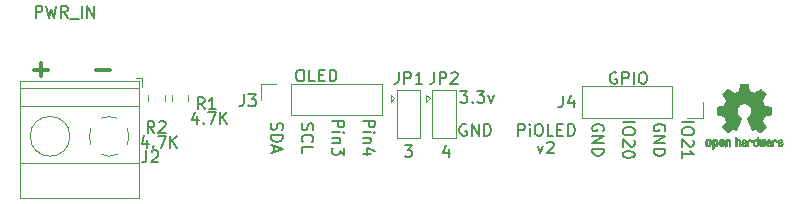
<source format=gbr>
%TF.GenerationSoftware,KiCad,Pcbnew,(5.1.6)-1*%
%TF.CreationDate,2020-10-13T00:05:10-04:00*%
%TF.ProjectId,PiOled,50694f6c-6564-42e6-9b69-6361645f7063,v2*%
%TF.SameCoordinates,Original*%
%TF.FileFunction,Legend,Top*%
%TF.FilePolarity,Positive*%
%FSLAX46Y46*%
G04 Gerber Fmt 4.6, Leading zero omitted, Abs format (unit mm)*
G04 Created by KiCad (PCBNEW (5.1.6)-1) date 2020-10-13 00:05:10*
%MOMM*%
%LPD*%
G01*
G04 APERTURE LIST*
%ADD10C,0.150000*%
%ADD11C,0.300000*%
%ADD12C,0.120000*%
%ADD13C,0.010000*%
G04 APERTURE END LIST*
D10*
X122535714Y-73285714D02*
X122773809Y-73952380D01*
X123011904Y-73285714D01*
X123345238Y-73047619D02*
X123392857Y-73000000D01*
X123488095Y-72952380D01*
X123726190Y-72952380D01*
X123821428Y-73000000D01*
X123869047Y-73047619D01*
X123916666Y-73142857D01*
X123916666Y-73238095D01*
X123869047Y-73380952D01*
X123297619Y-73952380D01*
X123916666Y-73952380D01*
X114990476Y-73585714D02*
X114990476Y-74252380D01*
X114752380Y-73204761D02*
X114514285Y-73919047D01*
X115133333Y-73919047D01*
X111266666Y-73252380D02*
X111885714Y-73252380D01*
X111552380Y-73633333D01*
X111695238Y-73633333D01*
X111790476Y-73680952D01*
X111838095Y-73728571D01*
X111885714Y-73823809D01*
X111885714Y-74061904D01*
X111838095Y-74157142D01*
X111790476Y-74204761D01*
X111695238Y-74252380D01*
X111409523Y-74252380D01*
X111314285Y-74204761D01*
X111266666Y-74157142D01*
X115971428Y-68652380D02*
X116590476Y-68652380D01*
X116257142Y-69033333D01*
X116400000Y-69033333D01*
X116495238Y-69080952D01*
X116542857Y-69128571D01*
X116590476Y-69223809D01*
X116590476Y-69461904D01*
X116542857Y-69557142D01*
X116495238Y-69604761D01*
X116400000Y-69652380D01*
X116114285Y-69652380D01*
X116019047Y-69604761D01*
X115971428Y-69557142D01*
X117019047Y-69557142D02*
X117066666Y-69604761D01*
X117019047Y-69652380D01*
X116971428Y-69604761D01*
X117019047Y-69557142D01*
X117019047Y-69652380D01*
X117400000Y-68652380D02*
X118019047Y-68652380D01*
X117685714Y-69033333D01*
X117828571Y-69033333D01*
X117923809Y-69080952D01*
X117971428Y-69128571D01*
X118019047Y-69223809D01*
X118019047Y-69461904D01*
X117971428Y-69557142D01*
X117923809Y-69604761D01*
X117828571Y-69652380D01*
X117542857Y-69652380D01*
X117447619Y-69604761D01*
X117400000Y-69557142D01*
X118352380Y-68985714D02*
X118590476Y-69652380D01*
X118828571Y-68985714D01*
X116488095Y-71500000D02*
X116392857Y-71452380D01*
X116250000Y-71452380D01*
X116107142Y-71500000D01*
X116011904Y-71595238D01*
X115964285Y-71690476D01*
X115916666Y-71880952D01*
X115916666Y-72023809D01*
X115964285Y-72214285D01*
X116011904Y-72309523D01*
X116107142Y-72404761D01*
X116250000Y-72452380D01*
X116345238Y-72452380D01*
X116488095Y-72404761D01*
X116535714Y-72357142D01*
X116535714Y-72023809D01*
X116345238Y-72023809D01*
X116964285Y-72452380D02*
X116964285Y-71452380D01*
X117535714Y-72452380D01*
X117535714Y-71452380D01*
X118011904Y-72452380D02*
X118011904Y-71452380D01*
X118250000Y-71452380D01*
X118392857Y-71500000D01*
X118488095Y-71595238D01*
X118535714Y-71690476D01*
X118583333Y-71880952D01*
X118583333Y-72023809D01*
X118535714Y-72214285D01*
X118488095Y-72309523D01*
X118392857Y-72404761D01*
X118250000Y-72452380D01*
X118011904Y-72452380D01*
X129747619Y-71323809D02*
X130747619Y-71323809D01*
X130747619Y-71990476D02*
X130747619Y-72180952D01*
X130700000Y-72276190D01*
X130604761Y-72371428D01*
X130414285Y-72419047D01*
X130080952Y-72419047D01*
X129890476Y-72371428D01*
X129795238Y-72276190D01*
X129747619Y-72180952D01*
X129747619Y-71990476D01*
X129795238Y-71895238D01*
X129890476Y-71800000D01*
X130080952Y-71752380D01*
X130414285Y-71752380D01*
X130604761Y-71800000D01*
X130700000Y-71895238D01*
X130747619Y-71990476D01*
X130652380Y-72800000D02*
X130700000Y-72847619D01*
X130747619Y-72942857D01*
X130747619Y-73180952D01*
X130700000Y-73276190D01*
X130652380Y-73323809D01*
X130557142Y-73371428D01*
X130461904Y-73371428D01*
X130319047Y-73323809D01*
X129747619Y-72752380D01*
X129747619Y-73371428D01*
X130747619Y-73990476D02*
X130747619Y-74085714D01*
X130700000Y-74180952D01*
X130652380Y-74228571D01*
X130557142Y-74276190D01*
X130366666Y-74323809D01*
X130128571Y-74323809D01*
X129938095Y-74276190D01*
X129842857Y-74228571D01*
X129795238Y-74180952D01*
X129747619Y-74085714D01*
X129747619Y-73990476D01*
X129795238Y-73895238D01*
X129842857Y-73847619D01*
X129938095Y-73800000D01*
X130128571Y-73752380D01*
X130366666Y-73752380D01*
X130557142Y-73800000D01*
X130652380Y-73847619D01*
X130700000Y-73895238D01*
X130747619Y-73990476D01*
X134747619Y-71323809D02*
X135747619Y-71323809D01*
X135747619Y-71990476D02*
X135747619Y-72180952D01*
X135700000Y-72276190D01*
X135604761Y-72371428D01*
X135414285Y-72419047D01*
X135080952Y-72419047D01*
X134890476Y-72371428D01*
X134795238Y-72276190D01*
X134747619Y-72180952D01*
X134747619Y-71990476D01*
X134795238Y-71895238D01*
X134890476Y-71800000D01*
X135080952Y-71752380D01*
X135414285Y-71752380D01*
X135604761Y-71800000D01*
X135700000Y-71895238D01*
X135747619Y-71990476D01*
X135652380Y-72800000D02*
X135700000Y-72847619D01*
X135747619Y-72942857D01*
X135747619Y-73180952D01*
X135700000Y-73276190D01*
X135652380Y-73323809D01*
X135557142Y-73371428D01*
X135461904Y-73371428D01*
X135319047Y-73323809D01*
X134747619Y-72752380D01*
X134747619Y-73371428D01*
X134747619Y-74323809D02*
X134747619Y-73752380D01*
X134747619Y-74038095D02*
X135747619Y-74038095D01*
X135604761Y-73942857D01*
X135509523Y-73847619D01*
X135461904Y-73752380D01*
X133300000Y-72038095D02*
X133347619Y-71942857D01*
X133347619Y-71800000D01*
X133300000Y-71657142D01*
X133204761Y-71561904D01*
X133109523Y-71514285D01*
X132919047Y-71466666D01*
X132776190Y-71466666D01*
X132585714Y-71514285D01*
X132490476Y-71561904D01*
X132395238Y-71657142D01*
X132347619Y-71800000D01*
X132347619Y-71895238D01*
X132395238Y-72038095D01*
X132442857Y-72085714D01*
X132776190Y-72085714D01*
X132776190Y-71895238D01*
X132347619Y-72514285D02*
X133347619Y-72514285D01*
X132347619Y-73085714D01*
X133347619Y-73085714D01*
X132347619Y-73561904D02*
X133347619Y-73561904D01*
X133347619Y-73800000D01*
X133300000Y-73942857D01*
X133204761Y-74038095D01*
X133109523Y-74085714D01*
X132919047Y-74133333D01*
X132776190Y-74133333D01*
X132585714Y-74085714D01*
X132490476Y-74038095D01*
X132395238Y-73942857D01*
X132347619Y-73800000D01*
X132347619Y-73561904D01*
X128100000Y-72038095D02*
X128147619Y-71942857D01*
X128147619Y-71800000D01*
X128100000Y-71657142D01*
X128004761Y-71561904D01*
X127909523Y-71514285D01*
X127719047Y-71466666D01*
X127576190Y-71466666D01*
X127385714Y-71514285D01*
X127290476Y-71561904D01*
X127195238Y-71657142D01*
X127147619Y-71800000D01*
X127147619Y-71895238D01*
X127195238Y-72038095D01*
X127242857Y-72085714D01*
X127576190Y-72085714D01*
X127576190Y-71895238D01*
X127147619Y-72514285D02*
X128147619Y-72514285D01*
X127147619Y-73085714D01*
X128147619Y-73085714D01*
X127147619Y-73561904D02*
X128147619Y-73561904D01*
X128147619Y-73800000D01*
X128100000Y-73942857D01*
X128004761Y-74038095D01*
X127909523Y-74085714D01*
X127719047Y-74133333D01*
X127576190Y-74133333D01*
X127385714Y-74085714D01*
X127290476Y-74038095D01*
X127195238Y-73942857D01*
X127147619Y-73800000D01*
X127147619Y-73561904D01*
X120869047Y-72452380D02*
X120869047Y-71452380D01*
X121250000Y-71452380D01*
X121345238Y-71500000D01*
X121392857Y-71547619D01*
X121440476Y-71642857D01*
X121440476Y-71785714D01*
X121392857Y-71880952D01*
X121345238Y-71928571D01*
X121250000Y-71976190D01*
X120869047Y-71976190D01*
X121869047Y-72452380D02*
X121869047Y-71785714D01*
X121869047Y-71452380D02*
X121821428Y-71500000D01*
X121869047Y-71547619D01*
X121916666Y-71500000D01*
X121869047Y-71452380D01*
X121869047Y-71547619D01*
X122535714Y-71452380D02*
X122726190Y-71452380D01*
X122821428Y-71500000D01*
X122916666Y-71595238D01*
X122964285Y-71785714D01*
X122964285Y-72119047D01*
X122916666Y-72309523D01*
X122821428Y-72404761D01*
X122726190Y-72452380D01*
X122535714Y-72452380D01*
X122440476Y-72404761D01*
X122345238Y-72309523D01*
X122297619Y-72119047D01*
X122297619Y-71785714D01*
X122345238Y-71595238D01*
X122440476Y-71500000D01*
X122535714Y-71452380D01*
X123869047Y-72452380D02*
X123392857Y-72452380D01*
X123392857Y-71452380D01*
X124202380Y-71928571D02*
X124535714Y-71928571D01*
X124678571Y-72452380D02*
X124202380Y-72452380D01*
X124202380Y-71452380D01*
X124678571Y-71452380D01*
X125107142Y-72452380D02*
X125107142Y-71452380D01*
X125345238Y-71452380D01*
X125488095Y-71500000D01*
X125583333Y-71595238D01*
X125630952Y-71690476D01*
X125678571Y-71880952D01*
X125678571Y-72023809D01*
X125630952Y-72214285D01*
X125583333Y-72309523D01*
X125488095Y-72404761D01*
X125345238Y-72452380D01*
X125107142Y-72452380D01*
X107747619Y-71171428D02*
X108747619Y-71171428D01*
X108747619Y-71552380D01*
X108700000Y-71647619D01*
X108652380Y-71695238D01*
X108557142Y-71742857D01*
X108414285Y-71742857D01*
X108319047Y-71695238D01*
X108271428Y-71647619D01*
X108223809Y-71552380D01*
X108223809Y-71171428D01*
X107747619Y-72171428D02*
X108414285Y-72171428D01*
X108747619Y-72171428D02*
X108700000Y-72123809D01*
X108652380Y-72171428D01*
X108700000Y-72219047D01*
X108747619Y-72171428D01*
X108652380Y-72171428D01*
X108414285Y-72647619D02*
X107747619Y-72647619D01*
X108319047Y-72647619D02*
X108366666Y-72695238D01*
X108414285Y-72790476D01*
X108414285Y-72933333D01*
X108366666Y-73028571D01*
X108271428Y-73076190D01*
X107747619Y-73076190D01*
X108414285Y-73980952D02*
X107747619Y-73980952D01*
X108795238Y-73742857D02*
X108080952Y-73504761D01*
X108080952Y-74123809D01*
X105147619Y-71171428D02*
X106147619Y-71171428D01*
X106147619Y-71552380D01*
X106100000Y-71647619D01*
X106052380Y-71695238D01*
X105957142Y-71742857D01*
X105814285Y-71742857D01*
X105719047Y-71695238D01*
X105671428Y-71647619D01*
X105623809Y-71552380D01*
X105623809Y-71171428D01*
X105147619Y-72171428D02*
X105814285Y-72171428D01*
X106147619Y-72171428D02*
X106100000Y-72123809D01*
X106052380Y-72171428D01*
X106100000Y-72219047D01*
X106147619Y-72171428D01*
X106052380Y-72171428D01*
X105814285Y-72647619D02*
X105147619Y-72647619D01*
X105719047Y-72647619D02*
X105766666Y-72695238D01*
X105814285Y-72790476D01*
X105814285Y-72933333D01*
X105766666Y-73028571D01*
X105671428Y-73076190D01*
X105147619Y-73076190D01*
X106147619Y-73457142D02*
X106147619Y-74076190D01*
X105766666Y-73742857D01*
X105766666Y-73885714D01*
X105719047Y-73980952D01*
X105671428Y-74028571D01*
X105576190Y-74076190D01*
X105338095Y-74076190D01*
X105242857Y-74028571D01*
X105195238Y-73980952D01*
X105147619Y-73885714D01*
X105147619Y-73600000D01*
X105195238Y-73504761D01*
X105242857Y-73457142D01*
X102595238Y-71409523D02*
X102547619Y-71552380D01*
X102547619Y-71790476D01*
X102595238Y-71885714D01*
X102642857Y-71933333D01*
X102738095Y-71980952D01*
X102833333Y-71980952D01*
X102928571Y-71933333D01*
X102976190Y-71885714D01*
X103023809Y-71790476D01*
X103071428Y-71600000D01*
X103119047Y-71504761D01*
X103166666Y-71457142D01*
X103261904Y-71409523D01*
X103357142Y-71409523D01*
X103452380Y-71457142D01*
X103500000Y-71504761D01*
X103547619Y-71600000D01*
X103547619Y-71838095D01*
X103500000Y-71980952D01*
X102642857Y-72980952D02*
X102595238Y-72933333D01*
X102547619Y-72790476D01*
X102547619Y-72695238D01*
X102595238Y-72552380D01*
X102690476Y-72457142D01*
X102785714Y-72409523D01*
X102976190Y-72361904D01*
X103119047Y-72361904D01*
X103309523Y-72409523D01*
X103404761Y-72457142D01*
X103500000Y-72552380D01*
X103547619Y-72695238D01*
X103547619Y-72790476D01*
X103500000Y-72933333D01*
X103452380Y-72980952D01*
X102547619Y-73885714D02*
X102547619Y-73409523D01*
X103547619Y-73409523D01*
X99995238Y-71385714D02*
X99947619Y-71528571D01*
X99947619Y-71766666D01*
X99995238Y-71861904D01*
X100042857Y-71909523D01*
X100138095Y-71957142D01*
X100233333Y-71957142D01*
X100328571Y-71909523D01*
X100376190Y-71861904D01*
X100423809Y-71766666D01*
X100471428Y-71576190D01*
X100519047Y-71480952D01*
X100566666Y-71433333D01*
X100661904Y-71385714D01*
X100757142Y-71385714D01*
X100852380Y-71433333D01*
X100900000Y-71480952D01*
X100947619Y-71576190D01*
X100947619Y-71814285D01*
X100900000Y-71957142D01*
X99947619Y-72385714D02*
X100947619Y-72385714D01*
X100947619Y-72623809D01*
X100900000Y-72766666D01*
X100804761Y-72861904D01*
X100709523Y-72909523D01*
X100519047Y-72957142D01*
X100376190Y-72957142D01*
X100185714Y-72909523D01*
X100090476Y-72861904D01*
X99995238Y-72766666D01*
X99947619Y-72623809D01*
X99947619Y-72385714D01*
X100233333Y-73338095D02*
X100233333Y-73814285D01*
X99947619Y-73242857D02*
X100947619Y-73576190D01*
X99947619Y-73909523D01*
D11*
X86321428Y-66857142D02*
X85178571Y-66857142D01*
X81071428Y-66857142D02*
X79928571Y-66857142D01*
X80500000Y-67428571D02*
X80500000Y-66285714D01*
D12*
%TO.C,J2*%
X86221195Y-70819747D02*
G75*
G02*
X86934000Y-70965000I28805J-1680253D01*
G01*
X87785426Y-71816958D02*
G75*
G02*
X87785000Y-73184000I-1535426J-683042D01*
G01*
X86933042Y-74035426D02*
G75*
G02*
X85566000Y-74035000I-683042J1535426D01*
G01*
X84714574Y-73183042D02*
G75*
G02*
X84715000Y-71816000I1535426J683042D01*
G01*
X85566682Y-70965244D02*
G75*
G02*
X86250000Y-70820000I683318J-1534756D01*
G01*
X82930000Y-72500000D02*
G75*
G03*
X82930000Y-72500000I-1680000J0D01*
G01*
X88810000Y-68400000D02*
X78690000Y-68400000D01*
X88810000Y-69900000D02*
X78690000Y-69900000D01*
X88810000Y-74801000D02*
X78690000Y-74801000D01*
X88810000Y-77761000D02*
X78690000Y-77761000D01*
X88810000Y-67840000D02*
X78690000Y-67840000D01*
X88810000Y-77761000D02*
X88810000Y-67840000D01*
X78690000Y-77761000D02*
X78690000Y-67840000D01*
X79975000Y-73569000D02*
X80022000Y-73523000D01*
X82284000Y-71261000D02*
X82319000Y-71226000D01*
X80180000Y-73775000D02*
X80215000Y-73739000D01*
X82477000Y-71477000D02*
X82524000Y-71431000D01*
X89050000Y-68340000D02*
X89050000Y-67600000D01*
X89050000Y-67600000D02*
X88550000Y-67600000D01*
%TO.C,R2*%
X89540000Y-69511252D02*
X89540000Y-68988748D01*
X90960000Y-69511252D02*
X90960000Y-68988748D01*
%TO.C,R1*%
X91540000Y-69511252D02*
X91540000Y-68988748D01*
X92960000Y-69511252D02*
X92960000Y-68988748D01*
%TO.C,JP2*%
X115600000Y-68550000D02*
X115600000Y-72650000D01*
X115600000Y-72650000D02*
X113600000Y-72650000D01*
X113600000Y-72650000D02*
X113600000Y-68550000D01*
X113600000Y-68550000D02*
X115600000Y-68550000D01*
X113400000Y-69300000D02*
X113100000Y-69000000D01*
X113100000Y-69000000D02*
X113100000Y-69600000D01*
X113400000Y-69300000D02*
X113100000Y-69600000D01*
%TO.C,JP1*%
X112600000Y-68550000D02*
X112600000Y-72650000D01*
X112600000Y-72650000D02*
X110600000Y-72650000D01*
X110600000Y-72650000D02*
X110600000Y-68550000D01*
X110600000Y-68550000D02*
X112600000Y-68550000D01*
X110400000Y-69300000D02*
X110100000Y-69000000D01*
X110100000Y-69000000D02*
X110100000Y-69600000D01*
X110400000Y-69300000D02*
X110100000Y-69600000D01*
%TO.C,J4*%
X136530000Y-69600000D02*
X136530000Y-70930000D01*
X136530000Y-70930000D02*
X135200000Y-70930000D01*
X133930000Y-70930000D02*
X126250000Y-70930000D01*
X126250000Y-68270000D02*
X126250000Y-70930000D01*
X133930000Y-68270000D02*
X126250000Y-68270000D01*
X133930000Y-68270000D02*
X133930000Y-70930000D01*
D13*
%TO.C,REF\u002A\u002A*%
G36*
X140103910Y-68042348D02*
G01*
X140182454Y-68042778D01*
X140239298Y-68043942D01*
X140278105Y-68046207D01*
X140302538Y-68049940D01*
X140316262Y-68055506D01*
X140322940Y-68063273D01*
X140326236Y-68073605D01*
X140326556Y-68074943D01*
X140331562Y-68099079D01*
X140340829Y-68146701D01*
X140353392Y-68212741D01*
X140368287Y-68292128D01*
X140384551Y-68379796D01*
X140385119Y-68382875D01*
X140401410Y-68468789D01*
X140416652Y-68544696D01*
X140429861Y-68606045D01*
X140440054Y-68648282D01*
X140446248Y-68666855D01*
X140446543Y-68667184D01*
X140464788Y-68676253D01*
X140502405Y-68691367D01*
X140551271Y-68709262D01*
X140551543Y-68709358D01*
X140613093Y-68732493D01*
X140685657Y-68761965D01*
X140754057Y-68791597D01*
X140757294Y-68793062D01*
X140868702Y-68843626D01*
X141115399Y-68675160D01*
X141191077Y-68623803D01*
X141259631Y-68577889D01*
X141317088Y-68540030D01*
X141359476Y-68512837D01*
X141382825Y-68498921D01*
X141385042Y-68497889D01*
X141402010Y-68502484D01*
X141433701Y-68524655D01*
X141481352Y-68565447D01*
X141546198Y-68625905D01*
X141612397Y-68690227D01*
X141676214Y-68753612D01*
X141733329Y-68811451D01*
X141780305Y-68860175D01*
X141813703Y-68896210D01*
X141830085Y-68915984D01*
X141830694Y-68917002D01*
X141832505Y-68930572D01*
X141825683Y-68952733D01*
X141808540Y-68986478D01*
X141779393Y-69034800D01*
X141736555Y-69100692D01*
X141679448Y-69185517D01*
X141628766Y-69260177D01*
X141583461Y-69327140D01*
X141546150Y-69382516D01*
X141519452Y-69422420D01*
X141505985Y-69442962D01*
X141505137Y-69444356D01*
X141506781Y-69464038D01*
X141519245Y-69502293D01*
X141540048Y-69551889D01*
X141547462Y-69567728D01*
X141579814Y-69638290D01*
X141614328Y-69718353D01*
X141642365Y-69787629D01*
X141662568Y-69839045D01*
X141678615Y-69878119D01*
X141687888Y-69898541D01*
X141689041Y-69900114D01*
X141706096Y-69902721D01*
X141746298Y-69909863D01*
X141804302Y-69920523D01*
X141874763Y-69933685D01*
X141952335Y-69948333D01*
X142031672Y-69963449D01*
X142107431Y-69978018D01*
X142174264Y-69991022D01*
X142226828Y-70001445D01*
X142259776Y-70008270D01*
X142267857Y-70010199D01*
X142276205Y-70014962D01*
X142282506Y-70025718D01*
X142287045Y-70046098D01*
X142290104Y-70079734D01*
X142291967Y-70130255D01*
X142292918Y-70201292D01*
X142293240Y-70296476D01*
X142293257Y-70335492D01*
X142293257Y-70652799D01*
X142217057Y-70667839D01*
X142174663Y-70675995D01*
X142111400Y-70687899D01*
X142034962Y-70702116D01*
X141953043Y-70717210D01*
X141930400Y-70721355D01*
X141854806Y-70736053D01*
X141788953Y-70750505D01*
X141738366Y-70763375D01*
X141708574Y-70773322D01*
X141703612Y-70776287D01*
X141691426Y-70797283D01*
X141673953Y-70837967D01*
X141654577Y-70890322D01*
X141650734Y-70901600D01*
X141625339Y-70971523D01*
X141593817Y-71050418D01*
X141562969Y-71121266D01*
X141562817Y-71121595D01*
X141511447Y-71232733D01*
X141680399Y-71481253D01*
X141849352Y-71729772D01*
X141632429Y-71947058D01*
X141566819Y-72011726D01*
X141506979Y-72068733D01*
X141456267Y-72115033D01*
X141418046Y-72147584D01*
X141395675Y-72163343D01*
X141392466Y-72164343D01*
X141373626Y-72156469D01*
X141335180Y-72134578D01*
X141281330Y-72101267D01*
X141216276Y-72059131D01*
X141145940Y-72011943D01*
X141074555Y-71963810D01*
X141010908Y-71921928D01*
X140959041Y-71888871D01*
X140922995Y-71867218D01*
X140906867Y-71859543D01*
X140887189Y-71866037D01*
X140849875Y-71883150D01*
X140802621Y-71907326D01*
X140797612Y-71910013D01*
X140733977Y-71941927D01*
X140690341Y-71957579D01*
X140663202Y-71957745D01*
X140649057Y-71943204D01*
X140648975Y-71943000D01*
X140641905Y-71925779D01*
X140625042Y-71884899D01*
X140599695Y-71823525D01*
X140567171Y-71744819D01*
X140528778Y-71651947D01*
X140485822Y-71548072D01*
X140444222Y-71447502D01*
X140398504Y-71336516D01*
X140356526Y-71233703D01*
X140319548Y-71142215D01*
X140288827Y-71065201D01*
X140265622Y-71005815D01*
X140251190Y-70967209D01*
X140246743Y-70952800D01*
X140257896Y-70936272D01*
X140287069Y-70909930D01*
X140325971Y-70880887D01*
X140436757Y-70789039D01*
X140523351Y-70683759D01*
X140584716Y-70567266D01*
X140619815Y-70441776D01*
X140627608Y-70309507D01*
X140621943Y-70248457D01*
X140591078Y-70121795D01*
X140537920Y-70009941D01*
X140465767Y-69914001D01*
X140377917Y-69835076D01*
X140277665Y-69774270D01*
X140168310Y-69732687D01*
X140053147Y-69711428D01*
X139935475Y-69711599D01*
X139818590Y-69734301D01*
X139705789Y-69780638D01*
X139600369Y-69851713D01*
X139556368Y-69891911D01*
X139471979Y-69995129D01*
X139413222Y-70107925D01*
X139379704Y-70227010D01*
X139371035Y-70349095D01*
X139386823Y-70470893D01*
X139426678Y-70589116D01*
X139490207Y-70700475D01*
X139577021Y-70801684D01*
X139674029Y-70880887D01*
X139714437Y-70911162D01*
X139742982Y-70937219D01*
X139753257Y-70952825D01*
X139747877Y-70969843D01*
X139732575Y-71010500D01*
X139708612Y-71071642D01*
X139677244Y-71150119D01*
X139639732Y-71242780D01*
X139597333Y-71346472D01*
X139555663Y-71447526D01*
X139509690Y-71558607D01*
X139467107Y-71661541D01*
X139429221Y-71753165D01*
X139397340Y-71830316D01*
X139372771Y-71889831D01*
X139356820Y-71928544D01*
X139350910Y-71943000D01*
X139336948Y-71957685D01*
X139309940Y-71957642D01*
X139266413Y-71942099D01*
X139202890Y-71910284D01*
X139202388Y-71910013D01*
X139154560Y-71885323D01*
X139115897Y-71867338D01*
X139094095Y-71859614D01*
X139093133Y-71859543D01*
X139076721Y-71867378D01*
X139040487Y-71889165D01*
X138988474Y-71922328D01*
X138924725Y-71964291D01*
X138854060Y-72011943D01*
X138782116Y-72060191D01*
X138717274Y-72102151D01*
X138663735Y-72135227D01*
X138625697Y-72156821D01*
X138607533Y-72164343D01*
X138590808Y-72154457D01*
X138557180Y-72126826D01*
X138510010Y-72084495D01*
X138452658Y-72030505D01*
X138388484Y-71967899D01*
X138367497Y-71946983D01*
X138150499Y-71729623D01*
X138315668Y-71487220D01*
X138365864Y-71412781D01*
X138409919Y-71345972D01*
X138445362Y-71290665D01*
X138469719Y-71250729D01*
X138480522Y-71230036D01*
X138480838Y-71228563D01*
X138475143Y-71209058D01*
X138459826Y-71169822D01*
X138437537Y-71117430D01*
X138421893Y-71082355D01*
X138392641Y-71015201D01*
X138365094Y-70947358D01*
X138343737Y-70890034D01*
X138337935Y-70872572D01*
X138321452Y-70825938D01*
X138305340Y-70789905D01*
X138296490Y-70776287D01*
X138276960Y-70767952D01*
X138234334Y-70756137D01*
X138174145Y-70742181D01*
X138101922Y-70727422D01*
X138069600Y-70721355D01*
X137987522Y-70706273D01*
X137908795Y-70691669D01*
X137841109Y-70678980D01*
X137792160Y-70669642D01*
X137782943Y-70667839D01*
X137706743Y-70652799D01*
X137706743Y-70335492D01*
X137706914Y-70231154D01*
X137707616Y-70152213D01*
X137709134Y-70095038D01*
X137711749Y-70055999D01*
X137715746Y-70031465D01*
X137721409Y-70017805D01*
X137729020Y-70011389D01*
X137732143Y-70010199D01*
X137750978Y-70005980D01*
X137792588Y-69997562D01*
X137851630Y-69985961D01*
X137922757Y-69972195D01*
X138000625Y-69957280D01*
X138079887Y-69942232D01*
X138155198Y-69928069D01*
X138221213Y-69915806D01*
X138272587Y-69906461D01*
X138303975Y-69901050D01*
X138310959Y-69900114D01*
X138317285Y-69887596D01*
X138331290Y-69854246D01*
X138350355Y-69806377D01*
X138357634Y-69787629D01*
X138386996Y-69715195D01*
X138421571Y-69635170D01*
X138452537Y-69567728D01*
X138475323Y-69516159D01*
X138490482Y-69473785D01*
X138495542Y-69447834D01*
X138494736Y-69444356D01*
X138484041Y-69427936D01*
X138459620Y-69391417D01*
X138424095Y-69338687D01*
X138380087Y-69273635D01*
X138330217Y-69200151D01*
X138320356Y-69185645D01*
X138262492Y-69099704D01*
X138219956Y-69034261D01*
X138191054Y-68986304D01*
X138174090Y-68952820D01*
X138167367Y-68930795D01*
X138169190Y-68917217D01*
X138169236Y-68917131D01*
X138183586Y-68899297D01*
X138215323Y-68864817D01*
X138261010Y-68817268D01*
X138317204Y-68760222D01*
X138380468Y-68697255D01*
X138387602Y-68690227D01*
X138467330Y-68613020D01*
X138528857Y-68556330D01*
X138573421Y-68519110D01*
X138602257Y-68500315D01*
X138614958Y-68497889D01*
X138633494Y-68508471D01*
X138671961Y-68532916D01*
X138726386Y-68568612D01*
X138792798Y-68612947D01*
X138867225Y-68663311D01*
X138884601Y-68675160D01*
X139131297Y-68843626D01*
X139242706Y-68793062D01*
X139310457Y-68763595D01*
X139383183Y-68733959D01*
X139445703Y-68710330D01*
X139448457Y-68709358D01*
X139497360Y-68691457D01*
X139535057Y-68676320D01*
X139553425Y-68667210D01*
X139553456Y-68667184D01*
X139559285Y-68650717D01*
X139569192Y-68610219D01*
X139582195Y-68550242D01*
X139597309Y-68475340D01*
X139613552Y-68390064D01*
X139614881Y-68382875D01*
X139631175Y-68295014D01*
X139646133Y-68215260D01*
X139658791Y-68148681D01*
X139668186Y-68100347D01*
X139673354Y-68075325D01*
X139673444Y-68074943D01*
X139676589Y-68064299D01*
X139682704Y-68056262D01*
X139695453Y-68050467D01*
X139718500Y-68046547D01*
X139755509Y-68044135D01*
X139810144Y-68042865D01*
X139886067Y-68042371D01*
X139986944Y-68042286D01*
X140000000Y-68042286D01*
X140103910Y-68042348D01*
G37*
X140103910Y-68042348D02*
X140182454Y-68042778D01*
X140239298Y-68043942D01*
X140278105Y-68046207D01*
X140302538Y-68049940D01*
X140316262Y-68055506D01*
X140322940Y-68063273D01*
X140326236Y-68073605D01*
X140326556Y-68074943D01*
X140331562Y-68099079D01*
X140340829Y-68146701D01*
X140353392Y-68212741D01*
X140368287Y-68292128D01*
X140384551Y-68379796D01*
X140385119Y-68382875D01*
X140401410Y-68468789D01*
X140416652Y-68544696D01*
X140429861Y-68606045D01*
X140440054Y-68648282D01*
X140446248Y-68666855D01*
X140446543Y-68667184D01*
X140464788Y-68676253D01*
X140502405Y-68691367D01*
X140551271Y-68709262D01*
X140551543Y-68709358D01*
X140613093Y-68732493D01*
X140685657Y-68761965D01*
X140754057Y-68791597D01*
X140757294Y-68793062D01*
X140868702Y-68843626D01*
X141115399Y-68675160D01*
X141191077Y-68623803D01*
X141259631Y-68577889D01*
X141317088Y-68540030D01*
X141359476Y-68512837D01*
X141382825Y-68498921D01*
X141385042Y-68497889D01*
X141402010Y-68502484D01*
X141433701Y-68524655D01*
X141481352Y-68565447D01*
X141546198Y-68625905D01*
X141612397Y-68690227D01*
X141676214Y-68753612D01*
X141733329Y-68811451D01*
X141780305Y-68860175D01*
X141813703Y-68896210D01*
X141830085Y-68915984D01*
X141830694Y-68917002D01*
X141832505Y-68930572D01*
X141825683Y-68952733D01*
X141808540Y-68986478D01*
X141779393Y-69034800D01*
X141736555Y-69100692D01*
X141679448Y-69185517D01*
X141628766Y-69260177D01*
X141583461Y-69327140D01*
X141546150Y-69382516D01*
X141519452Y-69422420D01*
X141505985Y-69442962D01*
X141505137Y-69444356D01*
X141506781Y-69464038D01*
X141519245Y-69502293D01*
X141540048Y-69551889D01*
X141547462Y-69567728D01*
X141579814Y-69638290D01*
X141614328Y-69718353D01*
X141642365Y-69787629D01*
X141662568Y-69839045D01*
X141678615Y-69878119D01*
X141687888Y-69898541D01*
X141689041Y-69900114D01*
X141706096Y-69902721D01*
X141746298Y-69909863D01*
X141804302Y-69920523D01*
X141874763Y-69933685D01*
X141952335Y-69948333D01*
X142031672Y-69963449D01*
X142107431Y-69978018D01*
X142174264Y-69991022D01*
X142226828Y-70001445D01*
X142259776Y-70008270D01*
X142267857Y-70010199D01*
X142276205Y-70014962D01*
X142282506Y-70025718D01*
X142287045Y-70046098D01*
X142290104Y-70079734D01*
X142291967Y-70130255D01*
X142292918Y-70201292D01*
X142293240Y-70296476D01*
X142293257Y-70335492D01*
X142293257Y-70652799D01*
X142217057Y-70667839D01*
X142174663Y-70675995D01*
X142111400Y-70687899D01*
X142034962Y-70702116D01*
X141953043Y-70717210D01*
X141930400Y-70721355D01*
X141854806Y-70736053D01*
X141788953Y-70750505D01*
X141738366Y-70763375D01*
X141708574Y-70773322D01*
X141703612Y-70776287D01*
X141691426Y-70797283D01*
X141673953Y-70837967D01*
X141654577Y-70890322D01*
X141650734Y-70901600D01*
X141625339Y-70971523D01*
X141593817Y-71050418D01*
X141562969Y-71121266D01*
X141562817Y-71121595D01*
X141511447Y-71232733D01*
X141680399Y-71481253D01*
X141849352Y-71729772D01*
X141632429Y-71947058D01*
X141566819Y-72011726D01*
X141506979Y-72068733D01*
X141456267Y-72115033D01*
X141418046Y-72147584D01*
X141395675Y-72163343D01*
X141392466Y-72164343D01*
X141373626Y-72156469D01*
X141335180Y-72134578D01*
X141281330Y-72101267D01*
X141216276Y-72059131D01*
X141145940Y-72011943D01*
X141074555Y-71963810D01*
X141010908Y-71921928D01*
X140959041Y-71888871D01*
X140922995Y-71867218D01*
X140906867Y-71859543D01*
X140887189Y-71866037D01*
X140849875Y-71883150D01*
X140802621Y-71907326D01*
X140797612Y-71910013D01*
X140733977Y-71941927D01*
X140690341Y-71957579D01*
X140663202Y-71957745D01*
X140649057Y-71943204D01*
X140648975Y-71943000D01*
X140641905Y-71925779D01*
X140625042Y-71884899D01*
X140599695Y-71823525D01*
X140567171Y-71744819D01*
X140528778Y-71651947D01*
X140485822Y-71548072D01*
X140444222Y-71447502D01*
X140398504Y-71336516D01*
X140356526Y-71233703D01*
X140319548Y-71142215D01*
X140288827Y-71065201D01*
X140265622Y-71005815D01*
X140251190Y-70967209D01*
X140246743Y-70952800D01*
X140257896Y-70936272D01*
X140287069Y-70909930D01*
X140325971Y-70880887D01*
X140436757Y-70789039D01*
X140523351Y-70683759D01*
X140584716Y-70567266D01*
X140619815Y-70441776D01*
X140627608Y-70309507D01*
X140621943Y-70248457D01*
X140591078Y-70121795D01*
X140537920Y-70009941D01*
X140465767Y-69914001D01*
X140377917Y-69835076D01*
X140277665Y-69774270D01*
X140168310Y-69732687D01*
X140053147Y-69711428D01*
X139935475Y-69711599D01*
X139818590Y-69734301D01*
X139705789Y-69780638D01*
X139600369Y-69851713D01*
X139556368Y-69891911D01*
X139471979Y-69995129D01*
X139413222Y-70107925D01*
X139379704Y-70227010D01*
X139371035Y-70349095D01*
X139386823Y-70470893D01*
X139426678Y-70589116D01*
X139490207Y-70700475D01*
X139577021Y-70801684D01*
X139674029Y-70880887D01*
X139714437Y-70911162D01*
X139742982Y-70937219D01*
X139753257Y-70952825D01*
X139747877Y-70969843D01*
X139732575Y-71010500D01*
X139708612Y-71071642D01*
X139677244Y-71150119D01*
X139639732Y-71242780D01*
X139597333Y-71346472D01*
X139555663Y-71447526D01*
X139509690Y-71558607D01*
X139467107Y-71661541D01*
X139429221Y-71753165D01*
X139397340Y-71830316D01*
X139372771Y-71889831D01*
X139356820Y-71928544D01*
X139350910Y-71943000D01*
X139336948Y-71957685D01*
X139309940Y-71957642D01*
X139266413Y-71942099D01*
X139202890Y-71910284D01*
X139202388Y-71910013D01*
X139154560Y-71885323D01*
X139115897Y-71867338D01*
X139094095Y-71859614D01*
X139093133Y-71859543D01*
X139076721Y-71867378D01*
X139040487Y-71889165D01*
X138988474Y-71922328D01*
X138924725Y-71964291D01*
X138854060Y-72011943D01*
X138782116Y-72060191D01*
X138717274Y-72102151D01*
X138663735Y-72135227D01*
X138625697Y-72156821D01*
X138607533Y-72164343D01*
X138590808Y-72154457D01*
X138557180Y-72126826D01*
X138510010Y-72084495D01*
X138452658Y-72030505D01*
X138388484Y-71967899D01*
X138367497Y-71946983D01*
X138150499Y-71729623D01*
X138315668Y-71487220D01*
X138365864Y-71412781D01*
X138409919Y-71345972D01*
X138445362Y-71290665D01*
X138469719Y-71250729D01*
X138480522Y-71230036D01*
X138480838Y-71228563D01*
X138475143Y-71209058D01*
X138459826Y-71169822D01*
X138437537Y-71117430D01*
X138421893Y-71082355D01*
X138392641Y-71015201D01*
X138365094Y-70947358D01*
X138343737Y-70890034D01*
X138337935Y-70872572D01*
X138321452Y-70825938D01*
X138305340Y-70789905D01*
X138296490Y-70776287D01*
X138276960Y-70767952D01*
X138234334Y-70756137D01*
X138174145Y-70742181D01*
X138101922Y-70727422D01*
X138069600Y-70721355D01*
X137987522Y-70706273D01*
X137908795Y-70691669D01*
X137841109Y-70678980D01*
X137792160Y-70669642D01*
X137782943Y-70667839D01*
X137706743Y-70652799D01*
X137706743Y-70335492D01*
X137706914Y-70231154D01*
X137707616Y-70152213D01*
X137709134Y-70095038D01*
X137711749Y-70055999D01*
X137715746Y-70031465D01*
X137721409Y-70017805D01*
X137729020Y-70011389D01*
X137732143Y-70010199D01*
X137750978Y-70005980D01*
X137792588Y-69997562D01*
X137851630Y-69985961D01*
X137922757Y-69972195D01*
X138000625Y-69957280D01*
X138079887Y-69942232D01*
X138155198Y-69928069D01*
X138221213Y-69915806D01*
X138272587Y-69906461D01*
X138303975Y-69901050D01*
X138310959Y-69900114D01*
X138317285Y-69887596D01*
X138331290Y-69854246D01*
X138350355Y-69806377D01*
X138357634Y-69787629D01*
X138386996Y-69715195D01*
X138421571Y-69635170D01*
X138452537Y-69567728D01*
X138475323Y-69516159D01*
X138490482Y-69473785D01*
X138495542Y-69447834D01*
X138494736Y-69444356D01*
X138484041Y-69427936D01*
X138459620Y-69391417D01*
X138424095Y-69338687D01*
X138380087Y-69273635D01*
X138330217Y-69200151D01*
X138320356Y-69185645D01*
X138262492Y-69099704D01*
X138219956Y-69034261D01*
X138191054Y-68986304D01*
X138174090Y-68952820D01*
X138167367Y-68930795D01*
X138169190Y-68917217D01*
X138169236Y-68917131D01*
X138183586Y-68899297D01*
X138215323Y-68864817D01*
X138261010Y-68817268D01*
X138317204Y-68760222D01*
X138380468Y-68697255D01*
X138387602Y-68690227D01*
X138467330Y-68613020D01*
X138528857Y-68556330D01*
X138573421Y-68519110D01*
X138602257Y-68500315D01*
X138614958Y-68497889D01*
X138633494Y-68508471D01*
X138671961Y-68532916D01*
X138726386Y-68568612D01*
X138792798Y-68612947D01*
X138867225Y-68663311D01*
X138884601Y-68675160D01*
X139131297Y-68843626D01*
X139242706Y-68793062D01*
X139310457Y-68763595D01*
X139383183Y-68733959D01*
X139445703Y-68710330D01*
X139448457Y-68709358D01*
X139497360Y-68691457D01*
X139535057Y-68676320D01*
X139553425Y-68667210D01*
X139553456Y-68667184D01*
X139559285Y-68650717D01*
X139569192Y-68610219D01*
X139582195Y-68550242D01*
X139597309Y-68475340D01*
X139613552Y-68390064D01*
X139614881Y-68382875D01*
X139631175Y-68295014D01*
X139646133Y-68215260D01*
X139658791Y-68148681D01*
X139668186Y-68100347D01*
X139673354Y-68075325D01*
X139673444Y-68074943D01*
X139676589Y-68064299D01*
X139682704Y-68056262D01*
X139695453Y-68050467D01*
X139718500Y-68046547D01*
X139755509Y-68044135D01*
X139810144Y-68042865D01*
X139886067Y-68042371D01*
X139986944Y-68042286D01*
X140000000Y-68042286D01*
X140103910Y-68042348D01*
G36*
X143153595Y-72766966D02*
G01*
X143211021Y-72804497D01*
X143238719Y-72838096D01*
X143260662Y-72899064D01*
X143262405Y-72947308D01*
X143258457Y-73011816D01*
X143109686Y-73076934D01*
X143037349Y-73110202D01*
X142990084Y-73136964D01*
X142965507Y-73160144D01*
X142961237Y-73182667D01*
X142974889Y-73207455D01*
X142989943Y-73223886D01*
X143033746Y-73250235D01*
X143081389Y-73252081D01*
X143125145Y-73231546D01*
X143157289Y-73190752D01*
X143163038Y-73176347D01*
X143190576Y-73131356D01*
X143222258Y-73112182D01*
X143265714Y-73095779D01*
X143265714Y-73157966D01*
X143261872Y-73200283D01*
X143246823Y-73235969D01*
X143215280Y-73276943D01*
X143210592Y-73282267D01*
X143175506Y-73318720D01*
X143145347Y-73338283D01*
X143107615Y-73347283D01*
X143076335Y-73350230D01*
X143020385Y-73350965D01*
X142980555Y-73341660D01*
X142955708Y-73327846D01*
X142916656Y-73297467D01*
X142889625Y-73264613D01*
X142872517Y-73223294D01*
X142863238Y-73167521D01*
X142859693Y-73091305D01*
X142859410Y-73052622D01*
X142860372Y-73006247D01*
X142948007Y-73006247D01*
X142949023Y-73031126D01*
X142951556Y-73035200D01*
X142968274Y-73029665D01*
X143004249Y-73015017D01*
X143052331Y-72994190D01*
X143062386Y-72989714D01*
X143123152Y-72958814D01*
X143156632Y-72931657D01*
X143163990Y-72906220D01*
X143146391Y-72880481D01*
X143131856Y-72869109D01*
X143079410Y-72846364D01*
X143030322Y-72850122D01*
X142989227Y-72877884D01*
X142960758Y-72927152D01*
X142951631Y-72966257D01*
X142948007Y-73006247D01*
X142860372Y-73006247D01*
X142861285Y-72962249D01*
X142868196Y-72895384D01*
X142881884Y-72846695D01*
X142904096Y-72810849D01*
X142936574Y-72782513D01*
X142950733Y-72773355D01*
X143015053Y-72749507D01*
X143085473Y-72748006D01*
X143153595Y-72766966D01*
G37*
X143153595Y-72766966D02*
X143211021Y-72804497D01*
X143238719Y-72838096D01*
X143260662Y-72899064D01*
X143262405Y-72947308D01*
X143258457Y-73011816D01*
X143109686Y-73076934D01*
X143037349Y-73110202D01*
X142990084Y-73136964D01*
X142965507Y-73160144D01*
X142961237Y-73182667D01*
X142974889Y-73207455D01*
X142989943Y-73223886D01*
X143033746Y-73250235D01*
X143081389Y-73252081D01*
X143125145Y-73231546D01*
X143157289Y-73190752D01*
X143163038Y-73176347D01*
X143190576Y-73131356D01*
X143222258Y-73112182D01*
X143265714Y-73095779D01*
X143265714Y-73157966D01*
X143261872Y-73200283D01*
X143246823Y-73235969D01*
X143215280Y-73276943D01*
X143210592Y-73282267D01*
X143175506Y-73318720D01*
X143145347Y-73338283D01*
X143107615Y-73347283D01*
X143076335Y-73350230D01*
X143020385Y-73350965D01*
X142980555Y-73341660D01*
X142955708Y-73327846D01*
X142916656Y-73297467D01*
X142889625Y-73264613D01*
X142872517Y-73223294D01*
X142863238Y-73167521D01*
X142859693Y-73091305D01*
X142859410Y-73052622D01*
X142860372Y-73006247D01*
X142948007Y-73006247D01*
X142949023Y-73031126D01*
X142951556Y-73035200D01*
X142968274Y-73029665D01*
X143004249Y-73015017D01*
X143052331Y-72994190D01*
X143062386Y-72989714D01*
X143123152Y-72958814D01*
X143156632Y-72931657D01*
X143163990Y-72906220D01*
X143146391Y-72880481D01*
X143131856Y-72869109D01*
X143079410Y-72846364D01*
X143030322Y-72850122D01*
X142989227Y-72877884D01*
X142960758Y-72927152D01*
X142951631Y-72966257D01*
X142948007Y-73006247D01*
X142860372Y-73006247D01*
X142861285Y-72962249D01*
X142868196Y-72895384D01*
X142881884Y-72846695D01*
X142904096Y-72810849D01*
X142936574Y-72782513D01*
X142950733Y-72773355D01*
X143015053Y-72749507D01*
X143085473Y-72748006D01*
X143153595Y-72766966D01*
G36*
X142652600Y-72758752D02*
G01*
X142669948Y-72766334D01*
X142711356Y-72799128D01*
X142746765Y-72846547D01*
X142768664Y-72897151D01*
X142772229Y-72922098D01*
X142760279Y-72956927D01*
X142734067Y-72975357D01*
X142705964Y-72986516D01*
X142693095Y-72988572D01*
X142686829Y-72973649D01*
X142674456Y-72941175D01*
X142669028Y-72926502D01*
X142638590Y-72875744D01*
X142594520Y-72850427D01*
X142538010Y-72851206D01*
X142533825Y-72852203D01*
X142503655Y-72866507D01*
X142481476Y-72894393D01*
X142466327Y-72939287D01*
X142457250Y-73004615D01*
X142453286Y-73093804D01*
X142452914Y-73141261D01*
X142452730Y-73216071D01*
X142451522Y-73267069D01*
X142448309Y-73299471D01*
X142442109Y-73318495D01*
X142431940Y-73329356D01*
X142416819Y-73337272D01*
X142415946Y-73337670D01*
X142386828Y-73349981D01*
X142372403Y-73354514D01*
X142370186Y-73340809D01*
X142368289Y-73302925D01*
X142366847Y-73245715D01*
X142365998Y-73174027D01*
X142365829Y-73121565D01*
X142366692Y-73020047D01*
X142370070Y-72943032D01*
X142377142Y-72886023D01*
X142389088Y-72844526D01*
X142407090Y-72814043D01*
X142432327Y-72790080D01*
X142457247Y-72773355D01*
X142517171Y-72751097D01*
X142586911Y-72746076D01*
X142652600Y-72758752D01*
G37*
X142652600Y-72758752D02*
X142669948Y-72766334D01*
X142711356Y-72799128D01*
X142746765Y-72846547D01*
X142768664Y-72897151D01*
X142772229Y-72922098D01*
X142760279Y-72956927D01*
X142734067Y-72975357D01*
X142705964Y-72986516D01*
X142693095Y-72988572D01*
X142686829Y-72973649D01*
X142674456Y-72941175D01*
X142669028Y-72926502D01*
X142638590Y-72875744D01*
X142594520Y-72850427D01*
X142538010Y-72851206D01*
X142533825Y-72852203D01*
X142503655Y-72866507D01*
X142481476Y-72894393D01*
X142466327Y-72939287D01*
X142457250Y-73004615D01*
X142453286Y-73093804D01*
X142452914Y-73141261D01*
X142452730Y-73216071D01*
X142451522Y-73267069D01*
X142448309Y-73299471D01*
X142442109Y-73318495D01*
X142431940Y-73329356D01*
X142416819Y-73337272D01*
X142415946Y-73337670D01*
X142386828Y-73349981D01*
X142372403Y-73354514D01*
X142370186Y-73340809D01*
X142368289Y-73302925D01*
X142366847Y-73245715D01*
X142365998Y-73174027D01*
X142365829Y-73121565D01*
X142366692Y-73020047D01*
X142370070Y-72943032D01*
X142377142Y-72886023D01*
X142389088Y-72844526D01*
X142407090Y-72814043D01*
X142432327Y-72790080D01*
X142457247Y-72773355D01*
X142517171Y-72751097D01*
X142586911Y-72746076D01*
X142652600Y-72758752D01*
G36*
X142144876Y-72756335D02*
G01*
X142186667Y-72775344D01*
X142219469Y-72798378D01*
X142243503Y-72824133D01*
X142260097Y-72857358D01*
X142270577Y-72902800D01*
X142276271Y-72965207D01*
X142278507Y-73049327D01*
X142278743Y-73104721D01*
X142278743Y-73320826D01*
X142241774Y-73337670D01*
X142212656Y-73349981D01*
X142198231Y-73354514D01*
X142195472Y-73341025D01*
X142193282Y-73304653D01*
X142191942Y-73251542D01*
X142191657Y-73209372D01*
X142190434Y-73148447D01*
X142187136Y-73100115D01*
X142182321Y-73070518D01*
X142178496Y-73064229D01*
X142152783Y-73070652D01*
X142112418Y-73087125D01*
X142065679Y-73109458D01*
X142020845Y-73133457D01*
X141986193Y-73154930D01*
X141970002Y-73169685D01*
X141969938Y-73169845D01*
X141971330Y-73197152D01*
X141983818Y-73223219D01*
X142005743Y-73244392D01*
X142037743Y-73251474D01*
X142065092Y-73250649D01*
X142103826Y-73250042D01*
X142124158Y-73259116D01*
X142136369Y-73283092D01*
X142137909Y-73287613D01*
X142143203Y-73321806D01*
X142129047Y-73342568D01*
X142092148Y-73352462D01*
X142052289Y-73354292D01*
X141980562Y-73340727D01*
X141943432Y-73321355D01*
X141897576Y-73275845D01*
X141873256Y-73219983D01*
X141871073Y-73160957D01*
X141891629Y-73105953D01*
X141922549Y-73071486D01*
X141953420Y-73052189D01*
X142001942Y-73027759D01*
X142058485Y-73002985D01*
X142067910Y-72999199D01*
X142130019Y-72971791D01*
X142165822Y-72947634D01*
X142177337Y-72923619D01*
X142166580Y-72896635D01*
X142148114Y-72875543D01*
X142104469Y-72849572D01*
X142056446Y-72847624D01*
X142012406Y-72867637D01*
X141980709Y-72907551D01*
X141976549Y-72917848D01*
X141952327Y-72955724D01*
X141916965Y-72983842D01*
X141872343Y-73006917D01*
X141872343Y-72941485D01*
X141874969Y-72901506D01*
X141886230Y-72869997D01*
X141911199Y-72836378D01*
X141935169Y-72810484D01*
X141972441Y-72773817D01*
X142001401Y-72754121D01*
X142032505Y-72746220D01*
X142067713Y-72744914D01*
X142144876Y-72756335D01*
G37*
X142144876Y-72756335D02*
X142186667Y-72775344D01*
X142219469Y-72798378D01*
X142243503Y-72824133D01*
X142260097Y-72857358D01*
X142270577Y-72902800D01*
X142276271Y-72965207D01*
X142278507Y-73049327D01*
X142278743Y-73104721D01*
X142278743Y-73320826D01*
X142241774Y-73337670D01*
X142212656Y-73349981D01*
X142198231Y-73354514D01*
X142195472Y-73341025D01*
X142193282Y-73304653D01*
X142191942Y-73251542D01*
X142191657Y-73209372D01*
X142190434Y-73148447D01*
X142187136Y-73100115D01*
X142182321Y-73070518D01*
X142178496Y-73064229D01*
X142152783Y-73070652D01*
X142112418Y-73087125D01*
X142065679Y-73109458D01*
X142020845Y-73133457D01*
X141986193Y-73154930D01*
X141970002Y-73169685D01*
X141969938Y-73169845D01*
X141971330Y-73197152D01*
X141983818Y-73223219D01*
X142005743Y-73244392D01*
X142037743Y-73251474D01*
X142065092Y-73250649D01*
X142103826Y-73250042D01*
X142124158Y-73259116D01*
X142136369Y-73283092D01*
X142137909Y-73287613D01*
X142143203Y-73321806D01*
X142129047Y-73342568D01*
X142092148Y-73352462D01*
X142052289Y-73354292D01*
X141980562Y-73340727D01*
X141943432Y-73321355D01*
X141897576Y-73275845D01*
X141873256Y-73219983D01*
X141871073Y-73160957D01*
X141891629Y-73105953D01*
X141922549Y-73071486D01*
X141953420Y-73052189D01*
X142001942Y-73027759D01*
X142058485Y-73002985D01*
X142067910Y-72999199D01*
X142130019Y-72971791D01*
X142165822Y-72947634D01*
X142177337Y-72923619D01*
X142166580Y-72896635D01*
X142148114Y-72875543D01*
X142104469Y-72849572D01*
X142056446Y-72847624D01*
X142012406Y-72867637D01*
X141980709Y-72907551D01*
X141976549Y-72917848D01*
X141952327Y-72955724D01*
X141916965Y-72983842D01*
X141872343Y-73006917D01*
X141872343Y-72941485D01*
X141874969Y-72901506D01*
X141886230Y-72869997D01*
X141911199Y-72836378D01*
X141935169Y-72810484D01*
X141972441Y-72773817D01*
X142001401Y-72754121D01*
X142032505Y-72746220D01*
X142067713Y-72744914D01*
X142144876Y-72756335D01*
G36*
X141779833Y-72758663D02*
G01*
X141782048Y-72796850D01*
X141783784Y-72854886D01*
X141784899Y-72928180D01*
X141785257Y-73005055D01*
X141785257Y-73265196D01*
X141739326Y-73311127D01*
X141707675Y-73339429D01*
X141679890Y-73350893D01*
X141641915Y-73350168D01*
X141626840Y-73348321D01*
X141579726Y-73342948D01*
X141540756Y-73339869D01*
X141531257Y-73339585D01*
X141499233Y-73341445D01*
X141453432Y-73346114D01*
X141435674Y-73348321D01*
X141392057Y-73351735D01*
X141362745Y-73344320D01*
X141333680Y-73321427D01*
X141323188Y-73311127D01*
X141277257Y-73265196D01*
X141277257Y-72778602D01*
X141314226Y-72761758D01*
X141346059Y-72749282D01*
X141364683Y-72744914D01*
X141369458Y-72758718D01*
X141373921Y-72797286D01*
X141377775Y-72856356D01*
X141380722Y-72931663D01*
X141382143Y-72995286D01*
X141386114Y-73245657D01*
X141420759Y-73250556D01*
X141452268Y-73247131D01*
X141467708Y-73236041D01*
X141472023Y-73215308D01*
X141475708Y-73171145D01*
X141478469Y-73109146D01*
X141480012Y-73034909D01*
X141480235Y-72996706D01*
X141480457Y-72776783D01*
X141526166Y-72760849D01*
X141558518Y-72750015D01*
X141576115Y-72744962D01*
X141576623Y-72744914D01*
X141578388Y-72758648D01*
X141580329Y-72796730D01*
X141582282Y-72854482D01*
X141584084Y-72927227D01*
X141585343Y-72995286D01*
X141589314Y-73245657D01*
X141676400Y-73245657D01*
X141680396Y-73017240D01*
X141684392Y-72788822D01*
X141726847Y-72766868D01*
X141758192Y-72751793D01*
X141776744Y-72744951D01*
X141777279Y-72744914D01*
X141779833Y-72758663D01*
G37*
X141779833Y-72758663D02*
X141782048Y-72796850D01*
X141783784Y-72854886D01*
X141784899Y-72928180D01*
X141785257Y-73005055D01*
X141785257Y-73265196D01*
X141739326Y-73311127D01*
X141707675Y-73339429D01*
X141679890Y-73350893D01*
X141641915Y-73350168D01*
X141626840Y-73348321D01*
X141579726Y-73342948D01*
X141540756Y-73339869D01*
X141531257Y-73339585D01*
X141499233Y-73341445D01*
X141453432Y-73346114D01*
X141435674Y-73348321D01*
X141392057Y-73351735D01*
X141362745Y-73344320D01*
X141333680Y-73321427D01*
X141323188Y-73311127D01*
X141277257Y-73265196D01*
X141277257Y-72778602D01*
X141314226Y-72761758D01*
X141346059Y-72749282D01*
X141364683Y-72744914D01*
X141369458Y-72758718D01*
X141373921Y-72797286D01*
X141377775Y-72856356D01*
X141380722Y-72931663D01*
X141382143Y-72995286D01*
X141386114Y-73245657D01*
X141420759Y-73250556D01*
X141452268Y-73247131D01*
X141467708Y-73236041D01*
X141472023Y-73215308D01*
X141475708Y-73171145D01*
X141478469Y-73109146D01*
X141480012Y-73034909D01*
X141480235Y-72996706D01*
X141480457Y-72776783D01*
X141526166Y-72760849D01*
X141558518Y-72750015D01*
X141576115Y-72744962D01*
X141576623Y-72744914D01*
X141578388Y-72758648D01*
X141580329Y-72796730D01*
X141582282Y-72854482D01*
X141584084Y-72927227D01*
X141585343Y-72995286D01*
X141589314Y-73245657D01*
X141676400Y-73245657D01*
X141680396Y-73017240D01*
X141684392Y-72788822D01*
X141726847Y-72766868D01*
X141758192Y-72751793D01*
X141776744Y-72744951D01*
X141777279Y-72744914D01*
X141779833Y-72758663D01*
G36*
X141190117Y-72865358D02*
G01*
X141189933Y-72973837D01*
X141189219Y-73057287D01*
X141187675Y-73119704D01*
X141185001Y-73165085D01*
X141180894Y-73197429D01*
X141175055Y-73220733D01*
X141167182Y-73238995D01*
X141161221Y-73249418D01*
X141111855Y-73305945D01*
X141049264Y-73341377D01*
X140980013Y-73354090D01*
X140910668Y-73342463D01*
X140869375Y-73321568D01*
X140826025Y-73285422D01*
X140796481Y-73241276D01*
X140778655Y-73183462D01*
X140770463Y-73106313D01*
X140769302Y-73049714D01*
X140769458Y-73045647D01*
X140870857Y-73045647D01*
X140871476Y-73110550D01*
X140874314Y-73153514D01*
X140880840Y-73181622D01*
X140892523Y-73201953D01*
X140906483Y-73217288D01*
X140953365Y-73246890D01*
X141003701Y-73249419D01*
X141051276Y-73224705D01*
X141054979Y-73221356D01*
X141070783Y-73203935D01*
X141080693Y-73183209D01*
X141086058Y-73152362D01*
X141088228Y-73104577D01*
X141088571Y-73051748D01*
X141087827Y-72985381D01*
X141084748Y-72941106D01*
X141078061Y-72912009D01*
X141066496Y-72891173D01*
X141057013Y-72880107D01*
X141012960Y-72852198D01*
X140962224Y-72848843D01*
X140913796Y-72870159D01*
X140904450Y-72878073D01*
X140888540Y-72895647D01*
X140878610Y-72916587D01*
X140873278Y-72947782D01*
X140871163Y-72996122D01*
X140870857Y-73045647D01*
X140769458Y-73045647D01*
X140772810Y-72958568D01*
X140784726Y-72890086D01*
X140807135Y-72838600D01*
X140842124Y-72798443D01*
X140869375Y-72777861D01*
X140918907Y-72755625D01*
X140976316Y-72745304D01*
X141029682Y-72748067D01*
X141059543Y-72759212D01*
X141071261Y-72762383D01*
X141079037Y-72750557D01*
X141084465Y-72718866D01*
X141088571Y-72670593D01*
X141093067Y-72616829D01*
X141099313Y-72584482D01*
X141110676Y-72565985D01*
X141130528Y-72553770D01*
X141143000Y-72548362D01*
X141190171Y-72528601D01*
X141190117Y-72865358D01*
G37*
X141190117Y-72865358D02*
X141189933Y-72973837D01*
X141189219Y-73057287D01*
X141187675Y-73119704D01*
X141185001Y-73165085D01*
X141180894Y-73197429D01*
X141175055Y-73220733D01*
X141167182Y-73238995D01*
X141161221Y-73249418D01*
X141111855Y-73305945D01*
X141049264Y-73341377D01*
X140980013Y-73354090D01*
X140910668Y-73342463D01*
X140869375Y-73321568D01*
X140826025Y-73285422D01*
X140796481Y-73241276D01*
X140778655Y-73183462D01*
X140770463Y-73106313D01*
X140769302Y-73049714D01*
X140769458Y-73045647D01*
X140870857Y-73045647D01*
X140871476Y-73110550D01*
X140874314Y-73153514D01*
X140880840Y-73181622D01*
X140892523Y-73201953D01*
X140906483Y-73217288D01*
X140953365Y-73246890D01*
X141003701Y-73249419D01*
X141051276Y-73224705D01*
X141054979Y-73221356D01*
X141070783Y-73203935D01*
X141080693Y-73183209D01*
X141086058Y-73152362D01*
X141088228Y-73104577D01*
X141088571Y-73051748D01*
X141087827Y-72985381D01*
X141084748Y-72941106D01*
X141078061Y-72912009D01*
X141066496Y-72891173D01*
X141057013Y-72880107D01*
X141012960Y-72852198D01*
X140962224Y-72848843D01*
X140913796Y-72870159D01*
X140904450Y-72878073D01*
X140888540Y-72895647D01*
X140878610Y-72916587D01*
X140873278Y-72947782D01*
X140871163Y-72996122D01*
X140870857Y-73045647D01*
X140769458Y-73045647D01*
X140772810Y-72958568D01*
X140784726Y-72890086D01*
X140807135Y-72838600D01*
X140842124Y-72798443D01*
X140869375Y-72777861D01*
X140918907Y-72755625D01*
X140976316Y-72745304D01*
X141029682Y-72748067D01*
X141059543Y-72759212D01*
X141071261Y-72762383D01*
X141079037Y-72750557D01*
X141084465Y-72718866D01*
X141088571Y-72670593D01*
X141093067Y-72616829D01*
X141099313Y-72584482D01*
X141110676Y-72565985D01*
X141130528Y-72553770D01*
X141143000Y-72548362D01*
X141190171Y-72528601D01*
X141190117Y-72865358D01*
G36*
X140529926Y-72749755D02*
G01*
X140595858Y-72774084D01*
X140649273Y-72817117D01*
X140670164Y-72847409D01*
X140692939Y-72902994D01*
X140692466Y-72943186D01*
X140668562Y-72970217D01*
X140659717Y-72974813D01*
X140621530Y-72989144D01*
X140602028Y-72985472D01*
X140595422Y-72961407D01*
X140595086Y-72948114D01*
X140582992Y-72899210D01*
X140551471Y-72864999D01*
X140507659Y-72848476D01*
X140458695Y-72852634D01*
X140418894Y-72874227D01*
X140405450Y-72886544D01*
X140395921Y-72901487D01*
X140389485Y-72924075D01*
X140385317Y-72959328D01*
X140382597Y-73012266D01*
X140380502Y-73087907D01*
X140379960Y-73111857D01*
X140377981Y-73193790D01*
X140375731Y-73251455D01*
X140372357Y-73289608D01*
X140367006Y-73313004D01*
X140358824Y-73326398D01*
X140346959Y-73334545D01*
X140339362Y-73338144D01*
X140307102Y-73350452D01*
X140288111Y-73354514D01*
X140281836Y-73340948D01*
X140278006Y-73299934D01*
X140276600Y-73230999D01*
X140277598Y-73133669D01*
X140277908Y-73118657D01*
X140280101Y-73029859D01*
X140282693Y-72965019D01*
X140286382Y-72919067D01*
X140291864Y-72886935D01*
X140299835Y-72863553D01*
X140310993Y-72843852D01*
X140316830Y-72835410D01*
X140350296Y-72798057D01*
X140387727Y-72769003D01*
X140392309Y-72766467D01*
X140459426Y-72746443D01*
X140529926Y-72749755D01*
G37*
X140529926Y-72749755D02*
X140595858Y-72774084D01*
X140649273Y-72817117D01*
X140670164Y-72847409D01*
X140692939Y-72902994D01*
X140692466Y-72943186D01*
X140668562Y-72970217D01*
X140659717Y-72974813D01*
X140621530Y-72989144D01*
X140602028Y-72985472D01*
X140595422Y-72961407D01*
X140595086Y-72948114D01*
X140582992Y-72899210D01*
X140551471Y-72864999D01*
X140507659Y-72848476D01*
X140458695Y-72852634D01*
X140418894Y-72874227D01*
X140405450Y-72886544D01*
X140395921Y-72901487D01*
X140389485Y-72924075D01*
X140385317Y-72959328D01*
X140382597Y-73012266D01*
X140380502Y-73087907D01*
X140379960Y-73111857D01*
X140377981Y-73193790D01*
X140375731Y-73251455D01*
X140372357Y-73289608D01*
X140367006Y-73313004D01*
X140358824Y-73326398D01*
X140346959Y-73334545D01*
X140339362Y-73338144D01*
X140307102Y-73350452D01*
X140288111Y-73354514D01*
X140281836Y-73340948D01*
X140278006Y-73299934D01*
X140276600Y-73230999D01*
X140277598Y-73133669D01*
X140277908Y-73118657D01*
X140280101Y-73029859D01*
X140282693Y-72965019D01*
X140286382Y-72919067D01*
X140291864Y-72886935D01*
X140299835Y-72863553D01*
X140310993Y-72843852D01*
X140316830Y-72835410D01*
X140350296Y-72798057D01*
X140387727Y-72769003D01*
X140392309Y-72766467D01*
X140459426Y-72746443D01*
X140529926Y-72749755D01*
G36*
X140039744Y-72750968D02*
G01*
X140096616Y-72772087D01*
X140097267Y-72772493D01*
X140132440Y-72798380D01*
X140158407Y-72828633D01*
X140176670Y-72868058D01*
X140188732Y-72921462D01*
X140196096Y-72993651D01*
X140200264Y-73089432D01*
X140200629Y-73103078D01*
X140205876Y-73308842D01*
X140161716Y-73331678D01*
X140129763Y-73347110D01*
X140110470Y-73354423D01*
X140109578Y-73354514D01*
X140106239Y-73341022D01*
X140103587Y-73304626D01*
X140101956Y-73251452D01*
X140101600Y-73208393D01*
X140101592Y-73138641D01*
X140098403Y-73094837D01*
X140087288Y-73073944D01*
X140063501Y-73072925D01*
X140022296Y-73088741D01*
X139960086Y-73117815D01*
X139914341Y-73141963D01*
X139890813Y-73162913D01*
X139883896Y-73185747D01*
X139883886Y-73186877D01*
X139895299Y-73226212D01*
X139929092Y-73247462D01*
X139980809Y-73250539D01*
X140018061Y-73250006D01*
X140037703Y-73260735D01*
X140049952Y-73286505D01*
X140057002Y-73319337D01*
X140046842Y-73337966D01*
X140043017Y-73340632D01*
X140007001Y-73351340D01*
X139956566Y-73352856D01*
X139904626Y-73345759D01*
X139867822Y-73332788D01*
X139816938Y-73289585D01*
X139788014Y-73229446D01*
X139782286Y-73182462D01*
X139786657Y-73140082D01*
X139802475Y-73105488D01*
X139833797Y-73074763D01*
X139884678Y-73043990D01*
X139959176Y-73009252D01*
X139963714Y-73007288D01*
X140030821Y-72976287D01*
X140072232Y-72950862D01*
X140089981Y-72928014D01*
X140086107Y-72904745D01*
X140062643Y-72878056D01*
X140055627Y-72871914D01*
X140008630Y-72848100D01*
X139959933Y-72849103D01*
X139917522Y-72872451D01*
X139889384Y-72915675D01*
X139886769Y-72924160D01*
X139861308Y-72965308D01*
X139829001Y-72985128D01*
X139782286Y-73004770D01*
X139782286Y-72953950D01*
X139796496Y-72880082D01*
X139838675Y-72812327D01*
X139860624Y-72789661D01*
X139910517Y-72760569D01*
X139973967Y-72747400D01*
X140039744Y-72750968D01*
G37*
X140039744Y-72750968D02*
X140096616Y-72772087D01*
X140097267Y-72772493D01*
X140132440Y-72798380D01*
X140158407Y-72828633D01*
X140176670Y-72868058D01*
X140188732Y-72921462D01*
X140196096Y-72993651D01*
X140200264Y-73089432D01*
X140200629Y-73103078D01*
X140205876Y-73308842D01*
X140161716Y-73331678D01*
X140129763Y-73347110D01*
X140110470Y-73354423D01*
X140109578Y-73354514D01*
X140106239Y-73341022D01*
X140103587Y-73304626D01*
X140101956Y-73251452D01*
X140101600Y-73208393D01*
X140101592Y-73138641D01*
X140098403Y-73094837D01*
X140087288Y-73073944D01*
X140063501Y-73072925D01*
X140022296Y-73088741D01*
X139960086Y-73117815D01*
X139914341Y-73141963D01*
X139890813Y-73162913D01*
X139883896Y-73185747D01*
X139883886Y-73186877D01*
X139895299Y-73226212D01*
X139929092Y-73247462D01*
X139980809Y-73250539D01*
X140018061Y-73250006D01*
X140037703Y-73260735D01*
X140049952Y-73286505D01*
X140057002Y-73319337D01*
X140046842Y-73337966D01*
X140043017Y-73340632D01*
X140007001Y-73351340D01*
X139956566Y-73352856D01*
X139904626Y-73345759D01*
X139867822Y-73332788D01*
X139816938Y-73289585D01*
X139788014Y-73229446D01*
X139782286Y-73182462D01*
X139786657Y-73140082D01*
X139802475Y-73105488D01*
X139833797Y-73074763D01*
X139884678Y-73043990D01*
X139959176Y-73009252D01*
X139963714Y-73007288D01*
X140030821Y-72976287D01*
X140072232Y-72950862D01*
X140089981Y-72928014D01*
X140086107Y-72904745D01*
X140062643Y-72878056D01*
X140055627Y-72871914D01*
X140008630Y-72848100D01*
X139959933Y-72849103D01*
X139917522Y-72872451D01*
X139889384Y-72915675D01*
X139886769Y-72924160D01*
X139861308Y-72965308D01*
X139829001Y-72985128D01*
X139782286Y-73004770D01*
X139782286Y-72953950D01*
X139796496Y-72880082D01*
X139838675Y-72812327D01*
X139860624Y-72789661D01*
X139910517Y-72760569D01*
X139973967Y-72747400D01*
X140039744Y-72750968D01*
G36*
X139375886Y-72651289D02*
G01*
X139380139Y-72710613D01*
X139385025Y-72745572D01*
X139391795Y-72760820D01*
X139401702Y-72761015D01*
X139404914Y-72759195D01*
X139447644Y-72746015D01*
X139503227Y-72746785D01*
X139559737Y-72760333D01*
X139595082Y-72777861D01*
X139631321Y-72805861D01*
X139657813Y-72837549D01*
X139675999Y-72877813D01*
X139687322Y-72931543D01*
X139693222Y-73003626D01*
X139695143Y-73098951D01*
X139695177Y-73117237D01*
X139695200Y-73322646D01*
X139649491Y-73338580D01*
X139617027Y-73349420D01*
X139599215Y-73354468D01*
X139598691Y-73354514D01*
X139596937Y-73340828D01*
X139595444Y-73303076D01*
X139594326Y-73246224D01*
X139593697Y-73175234D01*
X139593600Y-73132073D01*
X139593398Y-73046973D01*
X139592358Y-72985981D01*
X139589831Y-72944177D01*
X139585164Y-72916642D01*
X139577707Y-72898456D01*
X139566811Y-72884698D01*
X139560007Y-72878073D01*
X139513272Y-72851375D01*
X139462272Y-72849375D01*
X139416001Y-72871955D01*
X139407444Y-72880107D01*
X139394893Y-72895436D01*
X139386188Y-72913618D01*
X139380631Y-72939909D01*
X139377526Y-72979562D01*
X139376176Y-73037832D01*
X139375886Y-73118173D01*
X139375886Y-73322646D01*
X139330177Y-73338580D01*
X139297713Y-73349420D01*
X139279901Y-73354468D01*
X139279377Y-73354514D01*
X139278037Y-73340623D01*
X139276828Y-73301439D01*
X139275801Y-73240700D01*
X139275002Y-73162141D01*
X139274481Y-73069498D01*
X139274286Y-72966509D01*
X139274286Y-72569342D01*
X139321457Y-72549444D01*
X139368629Y-72529547D01*
X139375886Y-72651289D01*
G37*
X139375886Y-72651289D02*
X139380139Y-72710613D01*
X139385025Y-72745572D01*
X139391795Y-72760820D01*
X139401702Y-72761015D01*
X139404914Y-72759195D01*
X139447644Y-72746015D01*
X139503227Y-72746785D01*
X139559737Y-72760333D01*
X139595082Y-72777861D01*
X139631321Y-72805861D01*
X139657813Y-72837549D01*
X139675999Y-72877813D01*
X139687322Y-72931543D01*
X139693222Y-73003626D01*
X139695143Y-73098951D01*
X139695177Y-73117237D01*
X139695200Y-73322646D01*
X139649491Y-73338580D01*
X139617027Y-73349420D01*
X139599215Y-73354468D01*
X139598691Y-73354514D01*
X139596937Y-73340828D01*
X139595444Y-73303076D01*
X139594326Y-73246224D01*
X139593697Y-73175234D01*
X139593600Y-73132073D01*
X139593398Y-73046973D01*
X139592358Y-72985981D01*
X139589831Y-72944177D01*
X139585164Y-72916642D01*
X139577707Y-72898456D01*
X139566811Y-72884698D01*
X139560007Y-72878073D01*
X139513272Y-72851375D01*
X139462272Y-72849375D01*
X139416001Y-72871955D01*
X139407444Y-72880107D01*
X139394893Y-72895436D01*
X139386188Y-72913618D01*
X139380631Y-72939909D01*
X139377526Y-72979562D01*
X139376176Y-73037832D01*
X139375886Y-73118173D01*
X139375886Y-73322646D01*
X139330177Y-73338580D01*
X139297713Y-73349420D01*
X139279901Y-73354468D01*
X139279377Y-73354514D01*
X139278037Y-73340623D01*
X139276828Y-73301439D01*
X139275801Y-73240700D01*
X139275002Y-73162141D01*
X139274481Y-73069498D01*
X139274286Y-72966509D01*
X139274286Y-72569342D01*
X139321457Y-72549444D01*
X139368629Y-72529547D01*
X139375886Y-72651289D01*
G36*
X138168303Y-72731239D02*
G01*
X138225527Y-72769735D01*
X138269749Y-72825335D01*
X138296167Y-72896086D01*
X138301510Y-72948162D01*
X138300903Y-72969893D01*
X138295822Y-72986531D01*
X138281855Y-73001437D01*
X138254589Y-73017973D01*
X138209612Y-73039498D01*
X138142511Y-73069374D01*
X138142171Y-73069524D01*
X138080407Y-73097813D01*
X138029759Y-73122933D01*
X137995404Y-73142179D01*
X137982518Y-73152848D01*
X137982514Y-73152934D01*
X137993872Y-73176166D01*
X138020431Y-73201774D01*
X138050923Y-73220221D01*
X138066370Y-73223886D01*
X138108515Y-73211212D01*
X138144808Y-73179471D01*
X138162517Y-73144572D01*
X138179552Y-73118845D01*
X138212922Y-73089546D01*
X138252149Y-73064235D01*
X138286756Y-73050471D01*
X138293993Y-73049714D01*
X138302139Y-73062160D01*
X138302630Y-73093972D01*
X138296643Y-73136866D01*
X138285357Y-73182558D01*
X138269950Y-73222761D01*
X138269171Y-73224322D01*
X138222804Y-73289062D01*
X138162711Y-73333097D01*
X138094465Y-73354711D01*
X138023638Y-73352185D01*
X137955804Y-73323804D01*
X137952788Y-73321808D01*
X137899427Y-73273448D01*
X137864340Y-73210352D01*
X137844922Y-73127387D01*
X137842316Y-73104078D01*
X137837701Y-72994055D01*
X137843233Y-72942748D01*
X137982514Y-72942748D01*
X137984324Y-72974753D01*
X137994222Y-72984093D01*
X138018898Y-72977105D01*
X138057795Y-72960587D01*
X138101275Y-72939881D01*
X138102356Y-72939333D01*
X138139209Y-72919949D01*
X138154000Y-72907013D01*
X138150353Y-72893451D01*
X138134995Y-72875632D01*
X138095923Y-72849845D01*
X138053846Y-72847950D01*
X138016103Y-72866717D01*
X137990034Y-72902915D01*
X137982514Y-72942748D01*
X137843233Y-72942748D01*
X137847194Y-72906027D01*
X137871550Y-72836212D01*
X137905456Y-72787302D01*
X137966653Y-72737878D01*
X138034063Y-72713359D01*
X138102880Y-72711797D01*
X138168303Y-72731239D01*
G37*
X138168303Y-72731239D02*
X138225527Y-72769735D01*
X138269749Y-72825335D01*
X138296167Y-72896086D01*
X138301510Y-72948162D01*
X138300903Y-72969893D01*
X138295822Y-72986531D01*
X138281855Y-73001437D01*
X138254589Y-73017973D01*
X138209612Y-73039498D01*
X138142511Y-73069374D01*
X138142171Y-73069524D01*
X138080407Y-73097813D01*
X138029759Y-73122933D01*
X137995404Y-73142179D01*
X137982518Y-73152848D01*
X137982514Y-73152934D01*
X137993872Y-73176166D01*
X138020431Y-73201774D01*
X138050923Y-73220221D01*
X138066370Y-73223886D01*
X138108515Y-73211212D01*
X138144808Y-73179471D01*
X138162517Y-73144572D01*
X138179552Y-73118845D01*
X138212922Y-73089546D01*
X138252149Y-73064235D01*
X138286756Y-73050471D01*
X138293993Y-73049714D01*
X138302139Y-73062160D01*
X138302630Y-73093972D01*
X138296643Y-73136866D01*
X138285357Y-73182558D01*
X138269950Y-73222761D01*
X138269171Y-73224322D01*
X138222804Y-73289062D01*
X138162711Y-73333097D01*
X138094465Y-73354711D01*
X138023638Y-73352185D01*
X137955804Y-73323804D01*
X137952788Y-73321808D01*
X137899427Y-73273448D01*
X137864340Y-73210352D01*
X137844922Y-73127387D01*
X137842316Y-73104078D01*
X137837701Y-72994055D01*
X137843233Y-72942748D01*
X137982514Y-72942748D01*
X137984324Y-72974753D01*
X137994222Y-72984093D01*
X138018898Y-72977105D01*
X138057795Y-72960587D01*
X138101275Y-72939881D01*
X138102356Y-72939333D01*
X138139209Y-72919949D01*
X138154000Y-72907013D01*
X138150353Y-72893451D01*
X138134995Y-72875632D01*
X138095923Y-72849845D01*
X138053846Y-72847950D01*
X138016103Y-72866717D01*
X137990034Y-72902915D01*
X137982514Y-72942748D01*
X137843233Y-72942748D01*
X137847194Y-72906027D01*
X137871550Y-72836212D01*
X137905456Y-72787302D01*
X137966653Y-72737878D01*
X138034063Y-72713359D01*
X138102880Y-72711797D01*
X138168303Y-72731239D01*
G36*
X137041115Y-72721962D02*
G01*
X137109145Y-72757733D01*
X137159351Y-72815301D01*
X137177185Y-72852312D01*
X137191063Y-72907882D01*
X137198167Y-72978096D01*
X137198840Y-73054727D01*
X137193427Y-73129552D01*
X137182270Y-73194342D01*
X137165714Y-73240873D01*
X137160626Y-73248887D01*
X137100355Y-73308707D01*
X137028769Y-73344535D01*
X136951092Y-73355020D01*
X136872548Y-73338810D01*
X136850689Y-73329092D01*
X136808122Y-73299143D01*
X136770763Y-73259433D01*
X136767232Y-73254397D01*
X136752881Y-73230124D01*
X136743394Y-73204178D01*
X136737790Y-73170022D01*
X136735086Y-73121119D01*
X136734299Y-73050935D01*
X136734286Y-73035200D01*
X136734322Y-73030192D01*
X136879429Y-73030192D01*
X136880273Y-73096430D01*
X136883596Y-73140386D01*
X136890583Y-73168779D01*
X136902416Y-73188325D01*
X136908457Y-73194857D01*
X136943186Y-73219680D01*
X136976903Y-73218548D01*
X137010995Y-73197016D01*
X137031329Y-73174029D01*
X137043371Y-73140478D01*
X137050134Y-73087569D01*
X137050598Y-73081399D01*
X137051752Y-72985513D01*
X137039688Y-72914299D01*
X137014570Y-72868194D01*
X136976560Y-72847635D01*
X136962992Y-72846514D01*
X136927364Y-72852152D01*
X136902994Y-72871686D01*
X136888093Y-72909042D01*
X136880875Y-72968150D01*
X136879429Y-73030192D01*
X136734322Y-73030192D01*
X136734826Y-72960413D01*
X136737096Y-72908159D01*
X136742068Y-72871949D01*
X136750713Y-72845299D01*
X136764005Y-72821722D01*
X136766943Y-72817338D01*
X136816313Y-72758249D01*
X136870109Y-72723947D01*
X136935602Y-72710331D01*
X136957842Y-72709665D01*
X137041115Y-72721962D01*
G37*
X137041115Y-72721962D02*
X137109145Y-72757733D01*
X137159351Y-72815301D01*
X137177185Y-72852312D01*
X137191063Y-72907882D01*
X137198167Y-72978096D01*
X137198840Y-73054727D01*
X137193427Y-73129552D01*
X137182270Y-73194342D01*
X137165714Y-73240873D01*
X137160626Y-73248887D01*
X137100355Y-73308707D01*
X137028769Y-73344535D01*
X136951092Y-73355020D01*
X136872548Y-73338810D01*
X136850689Y-73329092D01*
X136808122Y-73299143D01*
X136770763Y-73259433D01*
X136767232Y-73254397D01*
X136752881Y-73230124D01*
X136743394Y-73204178D01*
X136737790Y-73170022D01*
X136735086Y-73121119D01*
X136734299Y-73050935D01*
X136734286Y-73035200D01*
X136734322Y-73030192D01*
X136879429Y-73030192D01*
X136880273Y-73096430D01*
X136883596Y-73140386D01*
X136890583Y-73168779D01*
X136902416Y-73188325D01*
X136908457Y-73194857D01*
X136943186Y-73219680D01*
X136976903Y-73218548D01*
X137010995Y-73197016D01*
X137031329Y-73174029D01*
X137043371Y-73140478D01*
X137050134Y-73087569D01*
X137050598Y-73081399D01*
X137051752Y-72985513D01*
X137039688Y-72914299D01*
X137014570Y-72868194D01*
X136976560Y-72847635D01*
X136962992Y-72846514D01*
X136927364Y-72852152D01*
X136902994Y-72871686D01*
X136888093Y-72909042D01*
X136880875Y-72968150D01*
X136879429Y-73030192D01*
X136734322Y-73030192D01*
X136734826Y-72960413D01*
X136737096Y-72908159D01*
X136742068Y-72871949D01*
X136750713Y-72845299D01*
X136764005Y-72821722D01*
X136766943Y-72817338D01*
X136816313Y-72758249D01*
X136870109Y-72723947D01*
X136935602Y-72710331D01*
X136957842Y-72709665D01*
X137041115Y-72721962D01*
G36*
X138716093Y-72727780D02*
G01*
X138762672Y-72754723D01*
X138795057Y-72781466D01*
X138818742Y-72809484D01*
X138835059Y-72843748D01*
X138845339Y-72889227D01*
X138850914Y-72950892D01*
X138853116Y-73033711D01*
X138853371Y-73093246D01*
X138853371Y-73312391D01*
X138791686Y-73340044D01*
X138730000Y-73367697D01*
X138722743Y-73127670D01*
X138719744Y-73038028D01*
X138716598Y-72972962D01*
X138712701Y-72928026D01*
X138707447Y-72898770D01*
X138700231Y-72880748D01*
X138690450Y-72869511D01*
X138687312Y-72867079D01*
X138639761Y-72848083D01*
X138591697Y-72855600D01*
X138563086Y-72875543D01*
X138551447Y-72889675D01*
X138543391Y-72908220D01*
X138538271Y-72936334D01*
X138535441Y-72979173D01*
X138534256Y-73041895D01*
X138534057Y-73107261D01*
X138534018Y-73189268D01*
X138532614Y-73247316D01*
X138527914Y-73286465D01*
X138517987Y-73311780D01*
X138500903Y-73328323D01*
X138474732Y-73341156D01*
X138439775Y-73354491D01*
X138401596Y-73369007D01*
X138406141Y-73111389D01*
X138407971Y-73018519D01*
X138410112Y-72949889D01*
X138413181Y-72900711D01*
X138417794Y-72866198D01*
X138424568Y-72841562D01*
X138434119Y-72822016D01*
X138445634Y-72804770D01*
X138501190Y-72749680D01*
X138568980Y-72717822D01*
X138642713Y-72710191D01*
X138716093Y-72727780D01*
G37*
X138716093Y-72727780D02*
X138762672Y-72754723D01*
X138795057Y-72781466D01*
X138818742Y-72809484D01*
X138835059Y-72843748D01*
X138845339Y-72889227D01*
X138850914Y-72950892D01*
X138853116Y-73033711D01*
X138853371Y-73093246D01*
X138853371Y-73312391D01*
X138791686Y-73340044D01*
X138730000Y-73367697D01*
X138722743Y-73127670D01*
X138719744Y-73038028D01*
X138716598Y-72972962D01*
X138712701Y-72928026D01*
X138707447Y-72898770D01*
X138700231Y-72880748D01*
X138690450Y-72869511D01*
X138687312Y-72867079D01*
X138639761Y-72848083D01*
X138591697Y-72855600D01*
X138563086Y-72875543D01*
X138551447Y-72889675D01*
X138543391Y-72908220D01*
X138538271Y-72936334D01*
X138535441Y-72979173D01*
X138534256Y-73041895D01*
X138534057Y-73107261D01*
X138534018Y-73189268D01*
X138532614Y-73247316D01*
X138527914Y-73286465D01*
X138517987Y-73311780D01*
X138500903Y-73328323D01*
X138474732Y-73341156D01*
X138439775Y-73354491D01*
X138401596Y-73369007D01*
X138406141Y-73111389D01*
X138407971Y-73018519D01*
X138410112Y-72949889D01*
X138413181Y-72900711D01*
X138417794Y-72866198D01*
X138424568Y-72841562D01*
X138434119Y-72822016D01*
X138445634Y-72804770D01*
X138501190Y-72749680D01*
X138568980Y-72717822D01*
X138642713Y-72710191D01*
X138716093Y-72727780D01*
G36*
X137599744Y-72719918D02*
G01*
X137655201Y-72747568D01*
X137704148Y-72798480D01*
X137717629Y-72817338D01*
X137732314Y-72842015D01*
X137741842Y-72868816D01*
X137747293Y-72904587D01*
X137749747Y-72956169D01*
X137750286Y-73024267D01*
X137747852Y-73117588D01*
X137739394Y-73187657D01*
X137723174Y-73239931D01*
X137697454Y-73279869D01*
X137660497Y-73312929D01*
X137657782Y-73314886D01*
X137621360Y-73334908D01*
X137577502Y-73344815D01*
X137521724Y-73347257D01*
X137431048Y-73347257D01*
X137431010Y-73435283D01*
X137430166Y-73484308D01*
X137425024Y-73513065D01*
X137411587Y-73530311D01*
X137385858Y-73544808D01*
X137379679Y-73547769D01*
X137350764Y-73561648D01*
X137328376Y-73570414D01*
X137311729Y-73571171D01*
X137300036Y-73561023D01*
X137292510Y-73537073D01*
X137288366Y-73496426D01*
X137286815Y-73436186D01*
X137287071Y-73353455D01*
X137288349Y-73245339D01*
X137288748Y-73213000D01*
X137290185Y-73101524D01*
X137291472Y-73028603D01*
X137430971Y-73028603D01*
X137431755Y-73090499D01*
X137435240Y-73130997D01*
X137443124Y-73157708D01*
X137457105Y-73178244D01*
X137466597Y-73188260D01*
X137505404Y-73217567D01*
X137539763Y-73219952D01*
X137575216Y-73195750D01*
X137576114Y-73194857D01*
X137590539Y-73176153D01*
X137599313Y-73150732D01*
X137603739Y-73111584D01*
X137605118Y-73051697D01*
X137605143Y-73038430D01*
X137601812Y-72955901D01*
X137590969Y-72898691D01*
X137571340Y-72863766D01*
X137541650Y-72848094D01*
X137524491Y-72846514D01*
X137483766Y-72853926D01*
X137455832Y-72878330D01*
X137439017Y-72922980D01*
X137431650Y-72991130D01*
X137430971Y-73028603D01*
X137291472Y-73028603D01*
X137291708Y-73015245D01*
X137293677Y-72950333D01*
X137296450Y-72902958D01*
X137300388Y-72869290D01*
X137305849Y-72845498D01*
X137313192Y-72827753D01*
X137322777Y-72812224D01*
X137326887Y-72806381D01*
X137381405Y-72751185D01*
X137450336Y-72719890D01*
X137530072Y-72711165D01*
X137599744Y-72719918D01*
G37*
X137599744Y-72719918D02*
X137655201Y-72747568D01*
X137704148Y-72798480D01*
X137717629Y-72817338D01*
X137732314Y-72842015D01*
X137741842Y-72868816D01*
X137747293Y-72904587D01*
X137749747Y-72956169D01*
X137750286Y-73024267D01*
X137747852Y-73117588D01*
X137739394Y-73187657D01*
X137723174Y-73239931D01*
X137697454Y-73279869D01*
X137660497Y-73312929D01*
X137657782Y-73314886D01*
X137621360Y-73334908D01*
X137577502Y-73344815D01*
X137521724Y-73347257D01*
X137431048Y-73347257D01*
X137431010Y-73435283D01*
X137430166Y-73484308D01*
X137425024Y-73513065D01*
X137411587Y-73530311D01*
X137385858Y-73544808D01*
X137379679Y-73547769D01*
X137350764Y-73561648D01*
X137328376Y-73570414D01*
X137311729Y-73571171D01*
X137300036Y-73561023D01*
X137292510Y-73537073D01*
X137288366Y-73496426D01*
X137286815Y-73436186D01*
X137287071Y-73353455D01*
X137288349Y-73245339D01*
X137288748Y-73213000D01*
X137290185Y-73101524D01*
X137291472Y-73028603D01*
X137430971Y-73028603D01*
X137431755Y-73090499D01*
X137435240Y-73130997D01*
X137443124Y-73157708D01*
X137457105Y-73178244D01*
X137466597Y-73188260D01*
X137505404Y-73217567D01*
X137539763Y-73219952D01*
X137575216Y-73195750D01*
X137576114Y-73194857D01*
X137590539Y-73176153D01*
X137599313Y-73150732D01*
X137603739Y-73111584D01*
X137605118Y-73051697D01*
X137605143Y-73038430D01*
X137601812Y-72955901D01*
X137590969Y-72898691D01*
X137571340Y-72863766D01*
X137541650Y-72848094D01*
X137524491Y-72846514D01*
X137483766Y-72853926D01*
X137455832Y-72878330D01*
X137439017Y-72922980D01*
X137431650Y-72991130D01*
X137430971Y-73028603D01*
X137291472Y-73028603D01*
X137291708Y-73015245D01*
X137293677Y-72950333D01*
X137296450Y-72902958D01*
X137300388Y-72869290D01*
X137305849Y-72845498D01*
X137313192Y-72827753D01*
X137322777Y-72812224D01*
X137326887Y-72806381D01*
X137381405Y-72751185D01*
X137450336Y-72719890D01*
X137530072Y-72711165D01*
X137599744Y-72719918D01*
D12*
%TO.C,J3*%
X101670000Y-70730000D02*
X101670000Y-68070000D01*
X101670000Y-70730000D02*
X109350000Y-70730000D01*
X109350000Y-70730000D02*
X109350000Y-68070000D01*
X101670000Y-68070000D02*
X109350000Y-68070000D01*
X99070000Y-68070000D02*
X100400000Y-68070000D01*
X99070000Y-69400000D02*
X99070000Y-68070000D01*
%TO.C,J2*%
D10*
X89416666Y-73702380D02*
X89416666Y-74416666D01*
X89369047Y-74559523D01*
X89273809Y-74654761D01*
X89130952Y-74702380D01*
X89035714Y-74702380D01*
X89845238Y-73797619D02*
X89892857Y-73750000D01*
X89988095Y-73702380D01*
X90226190Y-73702380D01*
X90321428Y-73750000D01*
X90369047Y-73797619D01*
X90416666Y-73892857D01*
X90416666Y-73988095D01*
X90369047Y-74130952D01*
X89797619Y-74702380D01*
X90416666Y-74702380D01*
X80023809Y-62452380D02*
X80023809Y-61452380D01*
X80404761Y-61452380D01*
X80500000Y-61500000D01*
X80547619Y-61547619D01*
X80595238Y-61642857D01*
X80595238Y-61785714D01*
X80547619Y-61880952D01*
X80500000Y-61928571D01*
X80404761Y-61976190D01*
X80023809Y-61976190D01*
X80928571Y-61452380D02*
X81166666Y-62452380D01*
X81357142Y-61738095D01*
X81547619Y-62452380D01*
X81785714Y-61452380D01*
X82738095Y-62452380D02*
X82404761Y-61976190D01*
X82166666Y-62452380D02*
X82166666Y-61452380D01*
X82547619Y-61452380D01*
X82642857Y-61500000D01*
X82690476Y-61547619D01*
X82738095Y-61642857D01*
X82738095Y-61785714D01*
X82690476Y-61880952D01*
X82642857Y-61928571D01*
X82547619Y-61976190D01*
X82166666Y-61976190D01*
X82928571Y-62547619D02*
X83690476Y-62547619D01*
X83928571Y-62452380D02*
X83928571Y-61452380D01*
X84404761Y-62452380D02*
X84404761Y-61452380D01*
X84976190Y-62452380D01*
X84976190Y-61452380D01*
%TO.C,R2*%
X90083333Y-72202380D02*
X89750000Y-71726190D01*
X89511904Y-72202380D02*
X89511904Y-71202380D01*
X89892857Y-71202380D01*
X89988095Y-71250000D01*
X90035714Y-71297619D01*
X90083333Y-71392857D01*
X90083333Y-71535714D01*
X90035714Y-71630952D01*
X89988095Y-71678571D01*
X89892857Y-71726190D01*
X89511904Y-71726190D01*
X90464285Y-71297619D02*
X90511904Y-71250000D01*
X90607142Y-71202380D01*
X90845238Y-71202380D01*
X90940476Y-71250000D01*
X90988095Y-71297619D01*
X91035714Y-71392857D01*
X91035714Y-71488095D01*
X90988095Y-71630952D01*
X90416666Y-72202380D01*
X91035714Y-72202380D01*
X89476190Y-72785714D02*
X89476190Y-73452380D01*
X89238095Y-72404761D02*
X89000000Y-73119047D01*
X89619047Y-73119047D01*
X90000000Y-73357142D02*
X90047619Y-73404761D01*
X90000000Y-73452380D01*
X89952380Y-73404761D01*
X90000000Y-73357142D01*
X90000000Y-73452380D01*
X90380952Y-72452380D02*
X91047619Y-72452380D01*
X90619047Y-73452380D01*
X91428571Y-73452380D02*
X91428571Y-72452380D01*
X92000000Y-73452380D02*
X91571428Y-72880952D01*
X92000000Y-72452380D02*
X91428571Y-73023809D01*
%TO.C,R1*%
X94333333Y-70202380D02*
X94000000Y-69726190D01*
X93761904Y-70202380D02*
X93761904Y-69202380D01*
X94142857Y-69202380D01*
X94238095Y-69250000D01*
X94285714Y-69297619D01*
X94333333Y-69392857D01*
X94333333Y-69535714D01*
X94285714Y-69630952D01*
X94238095Y-69678571D01*
X94142857Y-69726190D01*
X93761904Y-69726190D01*
X95285714Y-70202380D02*
X94714285Y-70202380D01*
X95000000Y-70202380D02*
X95000000Y-69202380D01*
X94904761Y-69345238D01*
X94809523Y-69440476D01*
X94714285Y-69488095D01*
X93726190Y-70785714D02*
X93726190Y-71452380D01*
X93488095Y-70404761D02*
X93250000Y-71119047D01*
X93869047Y-71119047D01*
X94250000Y-71357142D02*
X94297619Y-71404761D01*
X94250000Y-71452380D01*
X94202380Y-71404761D01*
X94250000Y-71357142D01*
X94250000Y-71452380D01*
X94630952Y-70452380D02*
X95297619Y-70452380D01*
X94869047Y-71452380D01*
X95678571Y-71452380D02*
X95678571Y-70452380D01*
X96250000Y-71452380D02*
X95821428Y-70880952D01*
X96250000Y-70452380D02*
X95678571Y-71023809D01*
%TO.C,JP2*%
X113766666Y-67052380D02*
X113766666Y-67766666D01*
X113719047Y-67909523D01*
X113623809Y-68004761D01*
X113480952Y-68052380D01*
X113385714Y-68052380D01*
X114242857Y-68052380D02*
X114242857Y-67052380D01*
X114623809Y-67052380D01*
X114719047Y-67100000D01*
X114766666Y-67147619D01*
X114814285Y-67242857D01*
X114814285Y-67385714D01*
X114766666Y-67480952D01*
X114719047Y-67528571D01*
X114623809Y-67576190D01*
X114242857Y-67576190D01*
X115195238Y-67147619D02*
X115242857Y-67100000D01*
X115338095Y-67052380D01*
X115576190Y-67052380D01*
X115671428Y-67100000D01*
X115719047Y-67147619D01*
X115766666Y-67242857D01*
X115766666Y-67338095D01*
X115719047Y-67480952D01*
X115147619Y-68052380D01*
X115766666Y-68052380D01*
%TO.C,JP1*%
X110766666Y-67052380D02*
X110766666Y-67766666D01*
X110719047Y-67909523D01*
X110623809Y-68004761D01*
X110480952Y-68052380D01*
X110385714Y-68052380D01*
X111242857Y-68052380D02*
X111242857Y-67052380D01*
X111623809Y-67052380D01*
X111719047Y-67100000D01*
X111766666Y-67147619D01*
X111814285Y-67242857D01*
X111814285Y-67385714D01*
X111766666Y-67480952D01*
X111719047Y-67528571D01*
X111623809Y-67576190D01*
X111242857Y-67576190D01*
X112766666Y-68052380D02*
X112195238Y-68052380D01*
X112480952Y-68052380D02*
X112480952Y-67052380D01*
X112385714Y-67195238D01*
X112290476Y-67290476D01*
X112195238Y-67338095D01*
%TO.C,J4*%
X124666666Y-69052380D02*
X124666666Y-69766666D01*
X124619047Y-69909523D01*
X124523809Y-70004761D01*
X124380952Y-70052380D01*
X124285714Y-70052380D01*
X125571428Y-69385714D02*
X125571428Y-70052380D01*
X125333333Y-69004761D02*
X125095238Y-69719047D01*
X125714285Y-69719047D01*
X129200000Y-67100000D02*
X129104761Y-67052380D01*
X128961904Y-67052380D01*
X128819047Y-67100000D01*
X128723809Y-67195238D01*
X128676190Y-67290476D01*
X128628571Y-67480952D01*
X128628571Y-67623809D01*
X128676190Y-67814285D01*
X128723809Y-67909523D01*
X128819047Y-68004761D01*
X128961904Y-68052380D01*
X129057142Y-68052380D01*
X129200000Y-68004761D01*
X129247619Y-67957142D01*
X129247619Y-67623809D01*
X129057142Y-67623809D01*
X129676190Y-68052380D02*
X129676190Y-67052380D01*
X130057142Y-67052380D01*
X130152380Y-67100000D01*
X130200000Y-67147619D01*
X130247619Y-67242857D01*
X130247619Y-67385714D01*
X130200000Y-67480952D01*
X130152380Y-67528571D01*
X130057142Y-67576190D01*
X129676190Y-67576190D01*
X130676190Y-68052380D02*
X130676190Y-67052380D01*
X131342857Y-67052380D02*
X131533333Y-67052380D01*
X131628571Y-67100000D01*
X131723809Y-67195238D01*
X131771428Y-67385714D01*
X131771428Y-67719047D01*
X131723809Y-67909523D01*
X131628571Y-68004761D01*
X131533333Y-68052380D01*
X131342857Y-68052380D01*
X131247619Y-68004761D01*
X131152380Y-67909523D01*
X131104761Y-67719047D01*
X131104761Y-67385714D01*
X131152380Y-67195238D01*
X131247619Y-67100000D01*
X131342857Y-67052380D01*
%TO.C,J3*%
X97666666Y-68952380D02*
X97666666Y-69666666D01*
X97619047Y-69809523D01*
X97523809Y-69904761D01*
X97380952Y-69952380D01*
X97285714Y-69952380D01*
X98047619Y-68952380D02*
X98666666Y-68952380D01*
X98333333Y-69333333D01*
X98476190Y-69333333D01*
X98571428Y-69380952D01*
X98619047Y-69428571D01*
X98666666Y-69523809D01*
X98666666Y-69761904D01*
X98619047Y-69857142D01*
X98571428Y-69904761D01*
X98476190Y-69952380D01*
X98190476Y-69952380D01*
X98095238Y-69904761D01*
X98047619Y-69857142D01*
X102347619Y-66852380D02*
X102538095Y-66852380D01*
X102633333Y-66900000D01*
X102728571Y-66995238D01*
X102776190Y-67185714D01*
X102776190Y-67519047D01*
X102728571Y-67709523D01*
X102633333Y-67804761D01*
X102538095Y-67852380D01*
X102347619Y-67852380D01*
X102252380Y-67804761D01*
X102157142Y-67709523D01*
X102109523Y-67519047D01*
X102109523Y-67185714D01*
X102157142Y-66995238D01*
X102252380Y-66900000D01*
X102347619Y-66852380D01*
X103680952Y-67852380D02*
X103204761Y-67852380D01*
X103204761Y-66852380D01*
X104014285Y-67328571D02*
X104347619Y-67328571D01*
X104490476Y-67852380D02*
X104014285Y-67852380D01*
X104014285Y-66852380D01*
X104490476Y-66852380D01*
X104919047Y-67852380D02*
X104919047Y-66852380D01*
X105157142Y-66852380D01*
X105300000Y-66900000D01*
X105395238Y-66995238D01*
X105442857Y-67090476D01*
X105490476Y-67280952D01*
X105490476Y-67423809D01*
X105442857Y-67614285D01*
X105395238Y-67709523D01*
X105300000Y-67804761D01*
X105157142Y-67852380D01*
X104919047Y-67852380D01*
%TD*%
M02*

</source>
